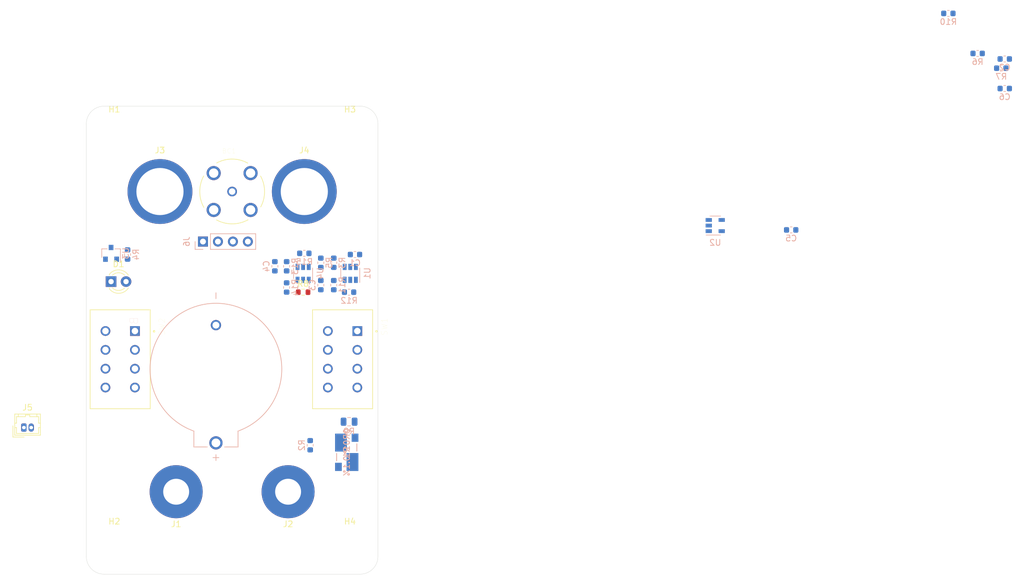
<source format=kicad_pcb>
(kicad_pcb (version 20171130) (host pcbnew 5.1.8-db9833491~87~ubuntu20.04.1)

  (general
    (thickness 1.6)
    (drawings 10)
    (tracks 0)
    (zones 0)
    (modules 40)
    (nets 21)
  )

  (page A4)
  (layers
    (0 F.Cu signal)
    (31 B.Cu signal)
    (32 B.Adhes user)
    (33 F.Adhes user)
    (34 B.Paste user)
    (35 F.Paste user)
    (36 B.SilkS user)
    (37 F.SilkS user)
    (38 B.Mask user)
    (39 F.Mask user)
    (40 Dwgs.User user)
    (41 Cmts.User user)
    (42 Eco1.User user)
    (43 Eco2.User user)
    (44 Edge.Cuts user)
    (45 Margin user)
    (46 B.CrtYd user)
    (47 F.CrtYd user)
    (48 B.Fab user)
    (49 F.Fab user)
  )

  (setup
    (last_trace_width 0.25)
    (trace_clearance 0.2)
    (zone_clearance 0.508)
    (zone_45_only no)
    (trace_min 0.2)
    (via_size 0.8)
    (via_drill 0.4)
    (via_min_size 0.4)
    (via_min_drill 0.3)
    (uvia_size 0.3)
    (uvia_drill 0.1)
    (uvias_allowed no)
    (uvia_min_size 0.2)
    (uvia_min_drill 0.1)
    (edge_width 0.05)
    (segment_width 0.2)
    (pcb_text_width 0.3)
    (pcb_text_size 1.5 1.5)
    (mod_edge_width 0.12)
    (mod_text_size 1 1)
    (mod_text_width 0.15)
    (pad_size 1.397 1.143)
    (pad_drill 0)
    (pad_to_mask_clearance 0.05)
    (aux_axis_origin 0 0)
    (visible_elements FFFDFF7F)
    (pcbplotparams
      (layerselection 0x010fc_ffffffff)
      (usegerberextensions false)
      (usegerberattributes true)
      (usegerberadvancedattributes true)
      (creategerberjobfile true)
      (excludeedgelayer true)
      (linewidth 0.100000)
      (plotframeref false)
      (viasonmask false)
      (mode 1)
      (useauxorigin false)
      (hpglpennumber 1)
      (hpglpenspeed 20)
      (hpglpendiameter 15.000000)
      (psnegative false)
      (psa4output false)
      (plotreference true)
      (plotvalue true)
      (plotinvisibletext false)
      (padsonsilk false)
      (subtractmaskfromsilk false)
      (outputformat 1)
      (mirror false)
      (drillshape 1)
      (scaleselection 1)
      (outputdirectory ""))
  )

  (net 0 "")
  (net 1 GNDREF)
  (net 2 "Net-(BC1-Pad1)")
  (net 3 +BATT)
  (net 4 GND)
  (net 5 VCC)
  (net 6 "Net-(C3-Pad2)")
  (net 7 "Net-(C3-Pad1)")
  (net 8 "Net-(C4-Pad1)")
  (net 9 "Net-(D1-Pad2)")
  (net 10 "Net-(J1-Pad1)")
  (net 11 "Net-(J6-Pad4)")
  (net 12 "Net-(R1-Pad1)")
  (net 13 "Net-(R11-Pad2)")
  (net 14 "Net-(R4-Pad2)")
  (net 15 "Net-(R9-Pad1)")
  (net 16 "Net-(R10-Pad2)")
  (net 17 "Net-(R12-Pad2)")
  (net 18 "Net-(R12-Pad1)")
  (net 19 "Net-(R13-Pad1)")
  (net 20 "Net-(C4-Pad2)")

  (net_class Default "This is the default net class."
    (clearance 0.2)
    (trace_width 0.25)
    (via_dia 0.8)
    (via_drill 0.4)
    (uvia_dia 0.3)
    (uvia_drill 0.1)
    (add_net +BATT)
    (add_net GND)
    (add_net GNDREF)
    (add_net "Net-(BC1-Pad1)")
    (add_net "Net-(C3-Pad1)")
    (add_net "Net-(C3-Pad2)")
    (add_net "Net-(C4-Pad1)")
    (add_net "Net-(C4-Pad2)")
    (add_net "Net-(D1-Pad2)")
    (add_net "Net-(J1-Pad1)")
    (add_net "Net-(J6-Pad2)")
    (add_net "Net-(J6-Pad3)")
    (add_net "Net-(J6-Pad4)")
    (add_net "Net-(R1-Pad1)")
    (add_net "Net-(R10-Pad2)")
    (add_net "Net-(R11-Pad2)")
    (add_net "Net-(R12-Pad1)")
    (add_net "Net-(R12-Pad2)")
    (add_net "Net-(R13-Pad1)")
    (add_net "Net-(R4-Pad2)")
    (add_net "Net-(R9-Pad1)")
    (add_net "Net-(SW1-Pad5)")
    (add_net "Net-(SW2-Pad1)")
    (add_net "Net-(SW2-Pad2)")
    (add_net "Net-(SW2-Pad5)")
    (add_net VCC)
  )

  (module Resistor_SMD:R_0603_1608Metric (layer F.Cu) (tedit 5F68FEEE) (tstamp 5FBF4769)
    (at 136.8 131.6)
    (descr "Resistor SMD 0603 (1608 Metric), square (rectangular) end terminal, IPC_7351 nominal, (Body size source: IPC-SM-782 page 72, https://www.pcb-3d.com/wordpress/wp-content/uploads/ipc-sm-782a_amendment_1_and_2.pdf), generated with kicad-footprint-generator")
    (tags resistor)
    (path /5FC22AB6)
    (attr smd)
    (fp_text reference R8 (at 0 -1.43) (layer F.SilkS)
      (effects (font (size 1 1) (thickness 0.15)))
    )
    (fp_text value 270R (at 0 1.43) (layer F.Fab)
      (effects (font (size 1 1) (thickness 0.15)))
    )
    (fp_text user %R (at 0 0) (layer F.Fab)
      (effects (font (size 0.4 0.4) (thickness 0.06)))
    )
    (fp_line (start -0.8 0.4125) (end -0.8 -0.4125) (layer F.Fab) (width 0.1))
    (fp_line (start -0.8 -0.4125) (end 0.8 -0.4125) (layer F.Fab) (width 0.1))
    (fp_line (start 0.8 -0.4125) (end 0.8 0.4125) (layer F.Fab) (width 0.1))
    (fp_line (start 0.8 0.4125) (end -0.8 0.4125) (layer F.Fab) (width 0.1))
    (fp_line (start -0.237258 -0.5225) (end 0.237258 -0.5225) (layer F.SilkS) (width 0.12))
    (fp_line (start -0.237258 0.5225) (end 0.237258 0.5225) (layer F.SilkS) (width 0.12))
    (fp_line (start -1.48 0.73) (end -1.48 -0.73) (layer F.CrtYd) (width 0.05))
    (fp_line (start -1.48 -0.73) (end 1.48 -0.73) (layer F.CrtYd) (width 0.05))
    (fp_line (start 1.48 -0.73) (end 1.48 0.73) (layer F.CrtYd) (width 0.05))
    (fp_line (start 1.48 0.73) (end -1.48 0.73) (layer F.CrtYd) (width 0.05))
    (pad 2 smd roundrect (at 0.825 0) (size 0.8 0.95) (layers F.Cu F.Paste F.Mask) (roundrect_rratio 0.25)
      (net 20 "Net-(C4-Pad2)"))
    (pad 1 smd roundrect (at -0.825 0) (size 0.8 0.95) (layers F.Cu F.Paste F.Mask) (roundrect_rratio 0.25)
      (net 2 "Net-(BC1-Pad1)"))
    (model ${KISYS3DMOD}/Resistor_SMD.3dshapes/R_0603_1608Metric.wrl
      (at (xyz 0 0 0))
      (scale (xyz 1 1 1))
      (rotate (xyz 0 0 0))
    )
  )

  (module LED_THT:LED_D3.0mm (layer F.Cu) (tedit 587A3A7B) (tstamp 5FBBE0A5)
    (at 104.2 129.8)
    (descr "LED, diameter 3.0mm, 2 pins")
    (tags "LED diameter 3.0mm 2 pins")
    (path /5FB7D032)
    (fp_text reference D1 (at 1.27 -2.96) (layer F.SilkS)
      (effects (font (size 1 1) (thickness 0.15)))
    )
    (fp_text value LED (at 1.27 2.96) (layer F.Fab)
      (effects (font (size 1 1) (thickness 0.15)))
    )
    (fp_arc (start 1.27 0) (end 0.229039 1.08) (angle -87.9) (layer F.SilkS) (width 0.12))
    (fp_arc (start 1.27 0) (end 0.229039 -1.08) (angle 87.9) (layer F.SilkS) (width 0.12))
    (fp_arc (start 1.27 0) (end -0.29 1.235516) (angle -108.8) (layer F.SilkS) (width 0.12))
    (fp_arc (start 1.27 0) (end -0.29 -1.235516) (angle 108.8) (layer F.SilkS) (width 0.12))
    (fp_arc (start 1.27 0) (end -0.23 -1.16619) (angle 284.3) (layer F.Fab) (width 0.1))
    (fp_circle (center 1.27 0) (end 2.77 0) (layer F.Fab) (width 0.1))
    (fp_line (start -0.23 -1.16619) (end -0.23 1.16619) (layer F.Fab) (width 0.1))
    (fp_line (start -0.29 -1.236) (end -0.29 -1.08) (layer F.SilkS) (width 0.12))
    (fp_line (start -0.29 1.08) (end -0.29 1.236) (layer F.SilkS) (width 0.12))
    (fp_line (start -1.15 -2.25) (end -1.15 2.25) (layer F.CrtYd) (width 0.05))
    (fp_line (start -1.15 2.25) (end 3.7 2.25) (layer F.CrtYd) (width 0.05))
    (fp_line (start 3.7 2.25) (end 3.7 -2.25) (layer F.CrtYd) (width 0.05))
    (fp_line (start 3.7 -2.25) (end -1.15 -2.25) (layer F.CrtYd) (width 0.05))
    (pad 2 thru_hole circle (at 2.54 0) (size 1.8 1.8) (drill 0.9) (layers *.Cu *.Mask)
      (net 9 "Net-(D1-Pad2)"))
    (pad 1 thru_hole rect (at 0 0) (size 1.8 1.8) (drill 0.9) (layers *.Cu *.Mask)
      (net 4 GND))
    (model ${KISYS3DMOD}/LED_THT.3dshapes/LED_D3.0mm.wrl
      (at (xyz 0 0 0))
      (scale (xyz 1 1 1))
      (rotate (xyz 0 0 0))
    )
  )

  (module snapeda:Y14870R01000B9R (layer B.Cu) (tedit 5FBEE0FB) (tstamp 5FBF2D45)
    (at 144.2 158.8 90)
    (path /5FBAC710)
    (fp_text reference R1 (at 0 0 -90) (layer B.SilkS)
      (effects (font (size 1 1) (thickness 0.15)) (justify mirror))
    )
    (fp_text value "0R01 0.1%" (at 0 0 -90) (layer B.SilkS)
      (effects (font (size 1 1) (thickness 0.15)) (justify mirror))
    )
    (fp_text user * (at 0 0 -90) (layer B.Fab)
      (effects (font (size 1 1) (thickness 0.15)) (justify mirror))
    )
    (fp_text user * (at 0 0 -90) (layer B.SilkS)
      (effects (font (size 1 1) (thickness 0.15)) (justify mirror))
    )
    (fp_text user "Copyright 2016 Accelerated Designs. All rights reserved." (at 0 0 -90) (layer Cmts.User)
      (effects (font (size 0.127 0.127) (thickness 0.002)))
    )
    (fp_line (start -1.44526 -1.7145) (end -0.20574 -1.7145) (layer B.SilkS) (width 0.1524))
    (fp_line (start 1.44526 1.7145) (end 0.20574 1.7145) (layer B.SilkS) (width 0.1524))
    (fp_line (start -3.175 -1.5875) (end 3.175 -1.5875) (layer B.Fab) (width 0.1524))
    (fp_line (start 3.175 -1.5875) (end 3.175 1.5875) (layer B.Fab) (width 0.1524))
    (fp_line (start 3.175 1.5875) (end -3.175 1.5875) (layer B.Fab) (width 0.1524))
    (fp_line (start -3.175 1.5875) (end -3.175 -1.5875) (layer B.Fab) (width 0.1524))
    (fp_line (start -3.429 -2.2352) (end -3.429 2.2352) (layer B.CrtYd) (width 0.1524))
    (fp_line (start -3.429 2.2352) (end 3.429 2.2352) (layer B.CrtYd) (width 0.1524))
    (fp_line (start 3.429 2.2352) (end 3.429 -2.2352) (layer B.CrtYd) (width 0.1524))
    (fp_line (start 3.429 -2.2352) (end -3.429 -2.2352) (layer B.CrtYd) (width 0.1524))
    (pad 2 smd rect (at 1.651 -0.9779 90) (size 3.048 2.0066) (layers B.Cu B.Paste B.Mask)
      (net 1 GNDREF))
    (pad 2 smd rect (at 2.4765 1.4097 90) (size 1.397 1.143) (layers B.Cu B.Paste B.Mask)
      (net 1 GNDREF))
    (pad 1 smd rect (at -2.4765 -1.4097 90) (size 1.397 1.143) (layers B.Cu B.Paste B.Mask)
      (net 12 "Net-(R1-Pad1)"))
    (pad 1 smd rect (at -1.651 0.9779 90) (size 3.048 2.0066) (layers B.Cu B.Paste B.Mask)
      (net 12 "Net-(R1-Pad1)"))
  )

  (module MountingHole:MountingHole_3.2mm_M3 (layer F.Cu) (tedit 56D1B4CB) (tstamp 5FBF1B5D)
    (at 144.75 174.75)
    (descr "Mounting Hole 3.2mm, no annular, M3")
    (tags "mounting hole 3.2mm no annular m3")
    (path /5FBF1655)
    (attr virtual)
    (fp_text reference H4 (at 0 -4.2) (layer F.SilkS)
      (effects (font (size 1 1) (thickness 0.15)))
    )
    (fp_text value MountingHole (at 0 4.2) (layer F.Fab)
      (effects (font (size 1 1) (thickness 0.15)))
    )
    (fp_text user %R (at 0.3 0) (layer F.Fab)
      (effects (font (size 1 1) (thickness 0.15)))
    )
    (fp_circle (center 0 0) (end 3.2 0) (layer Cmts.User) (width 0.15))
    (fp_circle (center 0 0) (end 3.45 0) (layer F.CrtYd) (width 0.05))
    (pad 1 np_thru_hole circle (at 0 0) (size 3.2 3.2) (drill 3.2) (layers *.Cu *.Mask))
  )

  (module MountingHole:MountingHole_3.2mm_M3 (layer F.Cu) (tedit 56D1B4CB) (tstamp 5FBF1F0D)
    (at 144.75 104.75)
    (descr "Mounting Hole 3.2mm, no annular, M3")
    (tags "mounting hole 3.2mm no annular m3")
    (path /5FBF1405)
    (attr virtual)
    (fp_text reference H3 (at 0 -4.2) (layer F.SilkS)
      (effects (font (size 1 1) (thickness 0.15)))
    )
    (fp_text value MountingHole (at 0 4.2) (layer F.Fab)
      (effects (font (size 1 1) (thickness 0.15)))
    )
    (fp_text user %R (at 0.3 0) (layer F.Fab)
      (effects (font (size 1 1) (thickness 0.15)))
    )
    (fp_circle (center 0 0) (end 3.2 0) (layer Cmts.User) (width 0.15))
    (fp_circle (center 0 0) (end 3.45 0) (layer F.CrtYd) (width 0.05))
    (pad 1 np_thru_hole circle (at 0 0) (size 3.2 3.2) (drill 3.2) (layers *.Cu *.Mask))
  )

  (module MountingHole:MountingHole_3.2mm_M3 (layer F.Cu) (tedit 56D1B4CB) (tstamp 5FBF1B4D)
    (at 104.75 174.75)
    (descr "Mounting Hole 3.2mm, no annular, M3")
    (tags "mounting hole 3.2mm no annular m3")
    (path /5FBF1185)
    (attr virtual)
    (fp_text reference H2 (at 0 -4.2) (layer F.SilkS)
      (effects (font (size 1 1) (thickness 0.15)))
    )
    (fp_text value MountingHole (at 0 4.2) (layer F.Fab)
      (effects (font (size 1 1) (thickness 0.15)))
    )
    (fp_text user %R (at 0.3 0) (layer F.Fab)
      (effects (font (size 1 1) (thickness 0.15)))
    )
    (fp_circle (center 0 0) (end 3.2 0) (layer Cmts.User) (width 0.15))
    (fp_circle (center 0 0) (end 3.45 0) (layer F.CrtYd) (width 0.05))
    (pad 1 np_thru_hole circle (at 0 0) (size 3.2 3.2) (drill 3.2) (layers *.Cu *.Mask))
  )

  (module MountingHole:MountingHole_3.2mm_M3 (layer F.Cu) (tedit 56D1B4CB) (tstamp 5FBF1B45)
    (at 104.75 104.75)
    (descr "Mounting Hole 3.2mm, no annular, M3")
    (tags "mounting hole 3.2mm no annular m3")
    (path /5FBF0127)
    (attr virtual)
    (fp_text reference H1 (at 0 -4.2) (layer F.SilkS)
      (effects (font (size 1 1) (thickness 0.15)))
    )
    (fp_text value MountingHole (at 0 4.2) (layer F.Fab)
      (effects (font (size 1 1) (thickness 0.15)))
    )
    (fp_text user %R (at 0.3 0) (layer F.Fab)
      (effects (font (size 1 1) (thickness 0.15)))
    )
    (fp_circle (center 0 0) (end 3.2 0) (layer Cmts.User) (width 0.15))
    (fp_circle (center 0 0) (end 3.45 0) (layer F.CrtYd) (width 0.05))
    (pad 1 np_thru_hole circle (at 0 0) (size 3.2 3.2) (drill 3.2) (layers *.Cu *.Mask))
  )

  (module homebrew:CT2230-BANANA-JACK (layer F.Cu) (tedit 5FBB48EC) (tstamp 5FBBB64B)
    (at 137 114.5)
    (path /5FC0D063)
    (fp_text reference J4 (at 0 -7) (layer F.SilkS)
      (effects (font (size 1 1) (thickness 0.15)))
    )
    (fp_text value Screw_Terminal_01x01 (at 0 -8) (layer F.Fab)
      (effects (font (size 1 1) (thickness 0.15)))
    )
    (pad 1 thru_hole circle (at 0 0) (size 11 11) (drill 8) (layers *.Cu *.Mask)
      (net 1 GNDREF))
  )

  (module homebrew:CT2230-BANANA-JACK (layer F.Cu) (tedit 5FBB48EC) (tstamp 5FBBE0B4)
    (at 112.5 114.5)
    (path /5FC0C744)
    (fp_text reference J3 (at 0 -7) (layer F.SilkS)
      (effects (font (size 1 1) (thickness 0.15)))
    )
    (fp_text value Screw_Terminal_01x01 (at 0 -8) (layer F.Fab)
      (effects (font (size 1 1) (thickness 0.15)))
    )
    (pad 1 thru_hole circle (at 0 0) (size 11 11) (drill 8) (layers *.Cu *.Mask)
      (net 2 "Net-(BC1-Pad1)"))
  )

  (module homebrew:111-0703-001_BANANA_BINDING_POST (layer F.Cu) (tedit 5FBB2139) (tstamp 5FBBBFF4)
    (at 134.25 165.5)
    (path /5FB9D54E)
    (fp_text reference J2 (at 0 5.5) (layer F.SilkS)
      (effects (font (size 1 1) (thickness 0.15)))
    )
    (fp_text value Screw_Terminal_01x01 (at 0 -5.75) (layer F.Fab)
      (effects (font (size 1 1) (thickness 0.15)))
    )
    (pad 1 thru_hole circle (at 0 0) (size 9 9) (drill 4.4) (layers *.Cu *.Mask)
      (net 1 GNDREF))
  )

  (module homebrew:111-0703-001_BANANA_BINDING_POST (layer F.Cu) (tedit 5FBB2139) (tstamp 5FBBC005)
    (at 115.25 165.5)
    (path /5FB9F96C)
    (fp_text reference J1 (at 0 5.5) (layer F.SilkS)
      (effects (font (size 1 1) (thickness 0.15)))
    )
    (fp_text value Screw_Terminal_01x01 (at 0 -5.75) (layer F.Fab)
      (effects (font (size 1 1) (thickness 0.15)))
    )
    (pad 1 thru_hole circle (at 0 0) (size 9 9) (drill 4.4) (layers *.Cu *.Mask)
      (net 10 "Net-(J1-Pad1)"))
  )

  (module SnapEda:BAT_BS-7 (layer B.Cu) (tedit 5FBB3B81) (tstamp 5FBBE02C)
    (at 122 147.2 270)
    (path /5FB754A2)
    (fp_text reference BT1 (at -9.555 13.889 270) (layer B.SilkS)
      (effects (font (size 1.4 1.4) (thickness 0.015)) (justify mirror))
    )
    (fp_text value Battery_Cell (at -6.888 -13.111 270) (layer B.Fab)
      (effects (font (size 1.4 1.4) (thickness 0.015)) (justify mirror))
    )
    (fp_line (start -13.96 -12) (end -13.96 12) (layer B.CrtYd) (width 0.05))
    (fp_line (start -13.96 12) (end 11.375 12) (layer B.CrtYd) (width 0.05))
    (fp_line (start 11.375 12) (end 11.375 -12) (layer B.CrtYd) (width 0.05))
    (fp_line (start 11.375 -12) (end -13.96 -12) (layer B.CrtYd) (width 0.05))
    (fp_line (start 10.69 3.75) (end 10.69 -3.75) (layer B.Fab) (width 0.127))
    (fp_line (start 10.69 -3.75) (end 7.995 -3.75) (layer B.Fab) (width 0.127))
    (fp_line (start 10.69 3.75) (end 7.995 3.75) (layer B.Fab) (width 0.127))
    (fp_line (start 10.69 -3.75) (end 7.995 -3.75) (layer B.SilkS) (width 0.127))
    (fp_line (start 10.69 3.75) (end 7.995 3.75) (layer B.SilkS) (width 0.127))
    (fp_line (start 10.69 3.75) (end 10.69 1.47) (layer B.SilkS) (width 0.127))
    (fp_line (start 10.69 -3.75) (end 10.69 -1.47) (layer B.SilkS) (width 0.127))
    (fp_line (start -15.5 0) (end -14.5 0) (layer B.SilkS) (width 0.127))
    (fp_line (start 12 0) (end 13 0) (layer B.SilkS) (width 0.127))
    (fp_line (start 12.5 0.5) (end 12.5 -0.5) (layer B.SilkS) (width 0.127))
    (fp_arc (start -2.53506 0) (end 7.995 -3.75) (angle -320.796) (layer B.SilkS) (width 0.127))
    (fp_arc (start -2.53506 0) (end 7.995 -3.75) (angle -320.796) (layer B.Fab) (width 0.127))
    (pad 1 thru_hole circle (at 10 0 270) (size 2.25 2.25) (drill 1.5) (layers *.Cu *.Mask)
      (net 3 +BATT))
    (pad 2 thru_hole circle (at -10 0 270) (size 1.755 1.755) (drill 1.17) (layers *.Cu *.Mask)
      (net 4 GND))
  )

  (module Package_TO_SOT_SMD:SOT-23-6 (layer B.Cu) (tedit 5A02FF57) (tstamp 5FBBE272)
    (at 136.8 128.4 90)
    (descr "6-pin SOT-23 package")
    (tags SOT-23-6)
    (path /5FBFAA53)
    (attr smd)
    (fp_text reference U4 (at 0 2.9 90) (layer B.SilkS)
      (effects (font (size 1 1) (thickness 0.15)) (justify mirror))
    )
    (fp_text value MAX4239AUT (at 0 -2.9 90) (layer B.Fab)
      (effects (font (size 1 1) (thickness 0.15)) (justify mirror))
    )
    (fp_line (start -0.9 -1.61) (end 0.9 -1.61) (layer B.SilkS) (width 0.12))
    (fp_line (start 0.9 1.61) (end -1.55 1.61) (layer B.SilkS) (width 0.12))
    (fp_line (start 1.9 1.8) (end -1.9 1.8) (layer B.CrtYd) (width 0.05))
    (fp_line (start 1.9 -1.8) (end 1.9 1.8) (layer B.CrtYd) (width 0.05))
    (fp_line (start -1.9 -1.8) (end 1.9 -1.8) (layer B.CrtYd) (width 0.05))
    (fp_line (start -1.9 1.8) (end -1.9 -1.8) (layer B.CrtYd) (width 0.05))
    (fp_line (start -0.9 0.9) (end -0.25 1.55) (layer B.Fab) (width 0.1))
    (fp_line (start 0.9 1.55) (end -0.25 1.55) (layer B.Fab) (width 0.1))
    (fp_line (start -0.9 0.9) (end -0.9 -1.55) (layer B.Fab) (width 0.1))
    (fp_line (start 0.9 -1.55) (end -0.9 -1.55) (layer B.Fab) (width 0.1))
    (fp_line (start 0.9 1.55) (end 0.9 -1.55) (layer B.Fab) (width 0.1))
    (fp_text user %R (at 0 0 180) (layer B.Fab)
      (effects (font (size 0.5 0.5) (thickness 0.075)) (justify mirror))
    )
    (pad 5 smd rect (at 1.1 0 90) (size 1.06 0.65) (layers B.Cu B.Paste B.Mask)
      (net 5 VCC))
    (pad 6 smd rect (at 1.1 0.95 90) (size 1.06 0.65) (layers B.Cu B.Paste B.Mask)
      (net 5 VCC))
    (pad 4 smd rect (at 1.1 -0.95 90) (size 1.06 0.65) (layers B.Cu B.Paste B.Mask)
      (net 8 "Net-(C4-Pad1)"))
    (pad 3 smd rect (at -1.1 -0.95 90) (size 1.06 0.65) (layers B.Cu B.Paste B.Mask)
      (net 6 "Net-(C3-Pad2)"))
    (pad 2 smd rect (at -1.1 0 90) (size 1.06 0.65) (layers B.Cu B.Paste B.Mask)
      (net 4 GND))
    (pad 1 smd rect (at -1.1 0.95 90) (size 1.06 0.65) (layers B.Cu B.Paste B.Mask)
      (net 20 "Net-(C4-Pad2)"))
    (model ${KISYS3DMOD}/Package_TO_SOT_SMD.3dshapes/SOT-23-6.wrl
      (at (xyz 0 0 0))
      (scale (xyz 1 1 1))
      (rotate (xyz 0 0 0))
    )
  )

  (module Package_TO_SOT_SMD:SOT-23 (layer B.Cu) (tedit 5A02FF57) (tstamp 5FBBE25C)
    (at 104.2 125 90)
    (descr "SOT-23, Standard")
    (tags SOT-23)
    (path /5FB7B24A)
    (attr smd)
    (fp_text reference U3 (at 0 2.5 90) (layer B.SilkS)
      (effects (font (size 1 1) (thickness 0.15)) (justify mirror))
    )
    (fp_text value STM809RWX6F (at 0 -2.5 90) (layer B.Fab)
      (effects (font (size 1 1) (thickness 0.15)) (justify mirror))
    )
    (fp_line (start -0.7 0.95) (end -0.7 -1.5) (layer B.Fab) (width 0.1))
    (fp_line (start -0.15 1.52) (end 0.7 1.52) (layer B.Fab) (width 0.1))
    (fp_line (start -0.7 0.95) (end -0.15 1.52) (layer B.Fab) (width 0.1))
    (fp_line (start 0.7 1.52) (end 0.7 -1.52) (layer B.Fab) (width 0.1))
    (fp_line (start -0.7 -1.52) (end 0.7 -1.52) (layer B.Fab) (width 0.1))
    (fp_line (start 0.76 -1.58) (end 0.76 -0.65) (layer B.SilkS) (width 0.12))
    (fp_line (start 0.76 1.58) (end 0.76 0.65) (layer B.SilkS) (width 0.12))
    (fp_line (start -1.7 1.75) (end 1.7 1.75) (layer B.CrtYd) (width 0.05))
    (fp_line (start 1.7 1.75) (end 1.7 -1.75) (layer B.CrtYd) (width 0.05))
    (fp_line (start 1.7 -1.75) (end -1.7 -1.75) (layer B.CrtYd) (width 0.05))
    (fp_line (start -1.7 -1.75) (end -1.7 1.75) (layer B.CrtYd) (width 0.05))
    (fp_line (start 0.76 1.58) (end -1.4 1.58) (layer B.SilkS) (width 0.12))
    (fp_line (start 0.76 -1.58) (end -0.7 -1.58) (layer B.SilkS) (width 0.12))
    (fp_text user %R (at 0 0 180) (layer B.Fab)
      (effects (font (size 0.5 0.5) (thickness 0.075)) (justify mirror))
    )
    (pad 3 smd rect (at 1 0 90) (size 0.9 0.8) (layers B.Cu B.Paste B.Mask)
      (net 4 GND))
    (pad 2 smd rect (at -1 -0.95 90) (size 0.9 0.8) (layers B.Cu B.Paste B.Mask)
      (net 14 "Net-(R4-Pad2)"))
    (pad 1 smd rect (at -1 0.95 90) (size 0.9 0.8) (layers B.Cu B.Paste B.Mask)
      (net 5 VCC))
    (model ${KISYS3DMOD}/Package_TO_SOT_SMD.3dshapes/SOT-23.wrl
      (at (xyz 0 0 0))
      (scale (xyz 1 1 1))
      (rotate (xyz 0 0 0))
    )
  )

  (module Package_TO_SOT_SMD:SOT-23-5 (layer B.Cu) (tedit 5A02FF57) (tstamp 5FBBE247)
    (at 206.75 120.28)
    (descr "5-pin SOT23 package")
    (tags SOT-23-5)
    (path /5FB83E43)
    (attr smd)
    (fp_text reference U2 (at 0 2.9) (layer B.SilkS)
      (effects (font (size 1 1) (thickness 0.15)) (justify mirror))
    )
    (fp_text value LMV321 (at 0 -2.9) (layer B.Fab)
      (effects (font (size 1 1) (thickness 0.15)) (justify mirror))
    )
    (fp_line (start -0.9 -1.61) (end 0.9 -1.61) (layer B.SilkS) (width 0.12))
    (fp_line (start 0.9 1.61) (end -1.55 1.61) (layer B.SilkS) (width 0.12))
    (fp_line (start -1.9 1.8) (end 1.9 1.8) (layer B.CrtYd) (width 0.05))
    (fp_line (start 1.9 1.8) (end 1.9 -1.8) (layer B.CrtYd) (width 0.05))
    (fp_line (start 1.9 -1.8) (end -1.9 -1.8) (layer B.CrtYd) (width 0.05))
    (fp_line (start -1.9 -1.8) (end -1.9 1.8) (layer B.CrtYd) (width 0.05))
    (fp_line (start -0.9 0.9) (end -0.25 1.55) (layer B.Fab) (width 0.1))
    (fp_line (start 0.9 1.55) (end -0.25 1.55) (layer B.Fab) (width 0.1))
    (fp_line (start -0.9 0.9) (end -0.9 -1.55) (layer B.Fab) (width 0.1))
    (fp_line (start 0.9 -1.55) (end -0.9 -1.55) (layer B.Fab) (width 0.1))
    (fp_line (start 0.9 1.55) (end 0.9 -1.55) (layer B.Fab) (width 0.1))
    (fp_text user %R (at 0 0 -90) (layer B.Fab)
      (effects (font (size 0.5 0.5) (thickness 0.075)) (justify mirror))
    )
    (pad 5 smd rect (at 1.1 0.95) (size 1.06 0.65) (layers B.Cu B.Paste B.Mask)
      (net 5 VCC))
    (pad 4 smd rect (at 1.1 -0.95) (size 1.06 0.65) (layers B.Cu B.Paste B.Mask)
      (net 16 "Net-(R10-Pad2)"))
    (pad 3 smd rect (at -1.1 -0.95) (size 1.06 0.65) (layers B.Cu B.Paste B.Mask)
      (net 16 "Net-(R10-Pad2)"))
    (pad 2 smd rect (at -1.1 0) (size 1.06 0.65) (layers B.Cu B.Paste B.Mask)
      (net 4 GND))
    (pad 1 smd rect (at -1.1 0.95) (size 1.06 0.65) (layers B.Cu B.Paste B.Mask)
      (net 11 "Net-(J6-Pad4)"))
    (model ${KISYS3DMOD}/Package_TO_SOT_SMD.3dshapes/SOT-23-5.wrl
      (at (xyz 0 0 0))
      (scale (xyz 1 1 1))
      (rotate (xyz 0 0 0))
    )
  )

  (module Package_TO_SOT_SMD:SOT-23-6 (layer B.Cu) (tedit 5A02FF57) (tstamp 5FBBE232)
    (at 144.8 128.4 90)
    (descr "6-pin SOT-23 package")
    (tags SOT-23-6)
    (path /5FBC207D)
    (attr smd)
    (fp_text reference U1 (at 0 2.9 90) (layer B.SilkS)
      (effects (font (size 1 1) (thickness 0.15)) (justify mirror))
    )
    (fp_text value MAX4239AUT (at 0 -2.9 90) (layer B.Fab)
      (effects (font (size 1 1) (thickness 0.15)) (justify mirror))
    )
    (fp_line (start -0.9 -1.61) (end 0.9 -1.61) (layer B.SilkS) (width 0.12))
    (fp_line (start 0.9 1.61) (end -1.55 1.61) (layer B.SilkS) (width 0.12))
    (fp_line (start 1.9 1.8) (end -1.9 1.8) (layer B.CrtYd) (width 0.05))
    (fp_line (start 1.9 -1.8) (end 1.9 1.8) (layer B.CrtYd) (width 0.05))
    (fp_line (start -1.9 -1.8) (end 1.9 -1.8) (layer B.CrtYd) (width 0.05))
    (fp_line (start -1.9 1.8) (end -1.9 -1.8) (layer B.CrtYd) (width 0.05))
    (fp_line (start -0.9 0.9) (end -0.25 1.55) (layer B.Fab) (width 0.1))
    (fp_line (start 0.9 1.55) (end -0.25 1.55) (layer B.Fab) (width 0.1))
    (fp_line (start -0.9 0.9) (end -0.9 -1.55) (layer B.Fab) (width 0.1))
    (fp_line (start 0.9 -1.55) (end -0.9 -1.55) (layer B.Fab) (width 0.1))
    (fp_line (start 0.9 1.55) (end 0.9 -1.55) (layer B.Fab) (width 0.1))
    (fp_text user %R (at 0 0 180) (layer B.Fab)
      (effects (font (size 0.5 0.5) (thickness 0.075)) (justify mirror))
    )
    (pad 5 smd rect (at 1.1 0 90) (size 1.06 0.65) (layers B.Cu B.Paste B.Mask)
      (net 5 VCC))
    (pad 6 smd rect (at 1.1 0.95 90) (size 1.06 0.65) (layers B.Cu B.Paste B.Mask)
      (net 5 VCC))
    (pad 4 smd rect (at 1.1 -0.95 90) (size 1.06 0.65) (layers B.Cu B.Paste B.Mask)
      (net 7 "Net-(C3-Pad1)"))
    (pad 3 smd rect (at -1.1 -0.95 90) (size 1.06 0.65) (layers B.Cu B.Paste B.Mask)
      (net 17 "Net-(R12-Pad2)"))
    (pad 2 smd rect (at -1.1 0 90) (size 1.06 0.65) (layers B.Cu B.Paste B.Mask)
      (net 4 GND))
    (pad 1 smd rect (at -1.1 0.95 90) (size 1.06 0.65) (layers B.Cu B.Paste B.Mask)
      (net 6 "Net-(C3-Pad2)"))
    (model ${KISYS3DMOD}/Package_TO_SOT_SMD.3dshapes/SOT-23-6.wrl
      (at (xyz 0 0 0))
      (scale (xyz 1 1 1))
      (rotate (xyz 0 0 0))
    )
  )

  (module SnapEda:SW_OS203013MT8QN1 (layer F.Cu) (tedit 5FBB14F1) (tstamp 5FBBE21C)
    (at 105.75 143 270)
    (path /5FB791EB)
    (fp_text reference SW2 (at -5.535 -7.095 90) (layer F.SilkS)
      (effects (font (size 1 1) (thickness 0.015)))
    )
    (fp_text value OS203013MT8QN1 (at 2.085 6.895 90) (layer F.Fab)
      (effects (font (size 1 1) (thickness 0.015)))
    )
    (fp_line (start -8.4 5.1) (end 8.4 5.1) (layer F.Fab) (width 0.127))
    (fp_line (start 8.4 5.1) (end 8.4 -5.1) (layer F.Fab) (width 0.127))
    (fp_line (start 8.4 -5.1) (end -8.4 -5.1) (layer F.Fab) (width 0.127))
    (fp_line (start -8.4 -5.1) (end -8.4 5.1) (layer F.Fab) (width 0.127))
    (fp_circle (center -4.75 -5.75) (end -4.65 -5.75) (layer F.SilkS) (width 0.2))
    (fp_circle (center -4.75 -5.75) (end -4.65 -5.75) (layer F.Fab) (width 0.2))
    (fp_line (start -8.65 5.35) (end 8.65 5.35) (layer F.CrtYd) (width 0.05))
    (fp_line (start 8.65 5.35) (end 8.65 -5.35) (layer F.CrtYd) (width 0.05))
    (fp_line (start 8.65 -5.35) (end -8.65 -5.35) (layer F.CrtYd) (width 0.05))
    (fp_line (start -8.65 -5.35) (end -8.65 5.35) (layer F.CrtYd) (width 0.05))
    (fp_line (start -8.4 5.1) (end 8.4 5.1) (layer F.SilkS) (width 0.127))
    (fp_line (start 8.4 5.1) (end 8.4 -5.1) (layer F.SilkS) (width 0.127))
    (fp_line (start 8.4 -5.1) (end -8.4 -5.1) (layer F.SilkS) (width 0.127))
    (fp_line (start -8.4 -5.1) (end -8.4 5.1) (layer F.SilkS) (width 0.127))
    (pad 8 thru_hole circle (at 4.8 2.5 270) (size 1.65 1.65) (drill 1.1) (layers *.Cu *.Mask)
      (net 3 +BATT))
    (pad 7 thru_hole circle (at 1.6 2.5 270) (size 1.65 1.65) (drill 1.1) (layers *.Cu *.Mask)
      (net 5 VCC))
    (pad 6 thru_hole circle (at -1.6 2.5 270) (size 1.65 1.65) (drill 1.1) (layers *.Cu *.Mask)
      (net 3 +BATT))
    (pad 5 thru_hole circle (at -4.8 2.5 270) (size 1.65 1.65) (drill 1.1) (layers *.Cu *.Mask))
    (pad 4 thru_hole circle (at 4.8 -2.5 270) (size 1.65 1.65) (drill 1.1) (layers *.Cu *.Mask)
      (net 1 GNDREF))
    (pad 3 thru_hole circle (at 1.6 -2.5 270) (size 1.65 1.65) (drill 1.1) (layers *.Cu *.Mask)
      (net 10 "Net-(J1-Pad1)"))
    (pad 2 thru_hole circle (at -1.6 -2.5 270) (size 1.65 1.65) (drill 1.1) (layers *.Cu *.Mask))
    (pad 1 thru_hole rect (at -4.8 -2.5 270) (size 1.65 1.65) (drill 1.1) (layers *.Cu *.Mask))
  )

  (module SnapEda:SW_OS203013MT8QN1 (layer F.Cu) (tedit 5FBB14F1) (tstamp 5FBBE202)
    (at 143.5 143 270)
    (path /5FBA9527)
    (fp_text reference SW1 (at -5.535 -7.095 90) (layer F.SilkS)
      (effects (font (size 1 1) (thickness 0.015)))
    )
    (fp_text value OS203013MT8QN1-snapeda-OS203013 (at 2.085 6.895 90) (layer F.Fab)
      (effects (font (size 1 1) (thickness 0.015)))
    )
    (fp_line (start -8.4 5.1) (end 8.4 5.1) (layer F.Fab) (width 0.127))
    (fp_line (start 8.4 5.1) (end 8.4 -5.1) (layer F.Fab) (width 0.127))
    (fp_line (start 8.4 -5.1) (end -8.4 -5.1) (layer F.Fab) (width 0.127))
    (fp_line (start -8.4 -5.1) (end -8.4 5.1) (layer F.Fab) (width 0.127))
    (fp_circle (center -4.75 -5.75) (end -4.65 -5.75) (layer F.SilkS) (width 0.2))
    (fp_circle (center -4.75 -5.75) (end -4.65 -5.75) (layer F.Fab) (width 0.2))
    (fp_line (start -8.65 5.35) (end 8.65 5.35) (layer F.CrtYd) (width 0.05))
    (fp_line (start 8.65 5.35) (end 8.65 -5.35) (layer F.CrtYd) (width 0.05))
    (fp_line (start 8.65 -5.35) (end -8.65 -5.35) (layer F.CrtYd) (width 0.05))
    (fp_line (start -8.65 -5.35) (end -8.65 5.35) (layer F.CrtYd) (width 0.05))
    (fp_line (start -8.4 5.1) (end 8.4 5.1) (layer F.SilkS) (width 0.127))
    (fp_line (start 8.4 5.1) (end 8.4 -5.1) (layer F.SilkS) (width 0.127))
    (fp_line (start 8.4 -5.1) (end -8.4 -5.1) (layer F.SilkS) (width 0.127))
    (fp_line (start -8.4 -5.1) (end -8.4 5.1) (layer F.SilkS) (width 0.127))
    (pad 8 thru_hole circle (at 4.8 2.5 270) (size 1.65 1.65) (drill 1.1) (layers *.Cu *.Mask)
      (net 12 "Net-(R1-Pad1)"))
    (pad 7 thru_hole circle (at 1.6 2.5 270) (size 1.65 1.65) (drill 1.1) (layers *.Cu *.Mask)
      (net 10 "Net-(J1-Pad1)"))
    (pad 6 thru_hole circle (at -1.6 2.5 270) (size 1.65 1.65) (drill 1.1) (layers *.Cu *.Mask)
      (net 15 "Net-(R9-Pad1)"))
    (pad 5 thru_hole circle (at -4.8 2.5 270) (size 1.65 1.65) (drill 1.1) (layers *.Cu *.Mask))
    (pad 4 thru_hole circle (at 4.8 -2.5 270) (size 1.65 1.65) (drill 1.1) (layers *.Cu *.Mask)
      (net 18 "Net-(R12-Pad1)"))
    (pad 3 thru_hole circle (at 1.6 -2.5 270) (size 1.65 1.65) (drill 1.1) (layers *.Cu *.Mask)
      (net 15 "Net-(R9-Pad1)"))
    (pad 2 thru_hole circle (at -1.6 -2.5 270) (size 1.65 1.65) (drill 1.1) (layers *.Cu *.Mask)
      (net 18 "Net-(R12-Pad1)"))
    (pad 1 thru_hole rect (at -4.8 -2.5 270) (size 1.65 1.65) (drill 1.1) (layers *.Cu *.Mask)
      (net 10 "Net-(J1-Pad1)"))
  )

  (module Resistor_SMD:R_0603_1608Metric (layer B.Cu) (tedit 5B301BBD) (tstamp 5FBBE1E8)
    (at 137 125)
    (descr "Resistor SMD 0603 (1608 Metric), square (rectangular) end terminal, IPC_7351 nominal, (Body size source: http://www.tortai-tech.com/upload/download/2011102023233369053.pdf), generated with kicad-footprint-generator")
    (tags resistor)
    (path /5FBFAA94)
    (attr smd)
    (fp_text reference R15 (at 0 1.43) (layer B.SilkS)
      (effects (font (size 1 1) (thickness 0.15)) (justify mirror))
    )
    (fp_text value "1K 0.05%" (at 0 -1.43) (layer B.Fab)
      (effects (font (size 1 1) (thickness 0.15)) (justify mirror))
    )
    (fp_line (start -0.8 -0.4) (end -0.8 0.4) (layer B.Fab) (width 0.1))
    (fp_line (start -0.8 0.4) (end 0.8 0.4) (layer B.Fab) (width 0.1))
    (fp_line (start 0.8 0.4) (end 0.8 -0.4) (layer B.Fab) (width 0.1))
    (fp_line (start 0.8 -0.4) (end -0.8 -0.4) (layer B.Fab) (width 0.1))
    (fp_line (start -0.162779 0.51) (end 0.162779 0.51) (layer B.SilkS) (width 0.12))
    (fp_line (start -0.162779 -0.51) (end 0.162779 -0.51) (layer B.SilkS) (width 0.12))
    (fp_line (start -1.48 -0.73) (end -1.48 0.73) (layer B.CrtYd) (width 0.05))
    (fp_line (start -1.48 0.73) (end 1.48 0.73) (layer B.CrtYd) (width 0.05))
    (fp_line (start 1.48 0.73) (end 1.48 -0.73) (layer B.CrtYd) (width 0.05))
    (fp_line (start 1.48 -0.73) (end -1.48 -0.73) (layer B.CrtYd) (width 0.05))
    (fp_text user %R (at 0 0) (layer B.Fab)
      (effects (font (size 0.4 0.4) (thickness 0.06)) (justify mirror))
    )
    (pad 2 smd roundrect (at 0.7875 0) (size 0.875 0.95) (layers B.Cu B.Paste B.Mask) (roundrect_rratio 0.25)
      (net 1 GNDREF))
    (pad 1 smd roundrect (at -0.7875 0) (size 0.875 0.95) (layers B.Cu B.Paste B.Mask) (roundrect_rratio 0.25)
      (net 8 "Net-(C4-Pad1)"))
    (model ${KISYS3DMOD}/Resistor_SMD.3dshapes/R_0603_1608Metric.wrl
      (at (xyz 0 0 0))
      (scale (xyz 1 1 1))
      (rotate (xyz 0 0 0))
    )
  )

  (module Resistor_SMD:R_0603_1608Metric (layer B.Cu) (tedit 5B301BBD) (tstamp 5FBBE1D7)
    (at 134 130.8 90)
    (descr "Resistor SMD 0603 (1608 Metric), square (rectangular) end terminal, IPC_7351 nominal, (Body size source: http://www.tortai-tech.com/upload/download/2011102023233369053.pdf), generated with kicad-footprint-generator")
    (tags resistor)
    (path /5FBFAA8A)
    (attr smd)
    (fp_text reference R14 (at 0 1.43 90) (layer B.SilkS)
      (effects (font (size 1 1) (thickness 0.15)) (justify mirror))
    )
    (fp_text value "2K2 0.05%" (at 0 -1.43 90) (layer B.Fab)
      (effects (font (size 1 1) (thickness 0.15)) (justify mirror))
    )
    (fp_line (start -0.8 -0.4) (end -0.8 0.4) (layer B.Fab) (width 0.1))
    (fp_line (start -0.8 0.4) (end 0.8 0.4) (layer B.Fab) (width 0.1))
    (fp_line (start 0.8 0.4) (end 0.8 -0.4) (layer B.Fab) (width 0.1))
    (fp_line (start 0.8 -0.4) (end -0.8 -0.4) (layer B.Fab) (width 0.1))
    (fp_line (start -0.162779 0.51) (end 0.162779 0.51) (layer B.SilkS) (width 0.12))
    (fp_line (start -0.162779 -0.51) (end 0.162779 -0.51) (layer B.SilkS) (width 0.12))
    (fp_line (start -1.48 -0.73) (end -1.48 0.73) (layer B.CrtYd) (width 0.05))
    (fp_line (start -1.48 0.73) (end 1.48 0.73) (layer B.CrtYd) (width 0.05))
    (fp_line (start 1.48 0.73) (end 1.48 -0.73) (layer B.CrtYd) (width 0.05))
    (fp_line (start 1.48 -0.73) (end -1.48 -0.73) (layer B.CrtYd) (width 0.05))
    (fp_text user %R (at 0 0 90) (layer B.Fab)
      (effects (font (size 0.4 0.4) (thickness 0.06)) (justify mirror))
    )
    (pad 2 smd roundrect (at 0.7875 0 90) (size 0.875 0.95) (layers B.Cu B.Paste B.Mask) (roundrect_rratio 0.25)
      (net 19 "Net-(R13-Pad1)"))
    (pad 1 smd roundrect (at -0.7875 0 90) (size 0.875 0.95) (layers B.Cu B.Paste B.Mask) (roundrect_rratio 0.25)
      (net 20 "Net-(C4-Pad2)"))
    (model ${KISYS3DMOD}/Resistor_SMD.3dshapes/R_0603_1608Metric.wrl
      (at (xyz 0 0 0))
      (scale (xyz 1 1 1))
      (rotate (xyz 0 0 0))
    )
  )

  (module Resistor_SMD:R_0603_1608Metric (layer B.Cu) (tedit 5B301BBD) (tstamp 5FBBE1C6)
    (at 134 127.2 90)
    (descr "Resistor SMD 0603 (1608 Metric), square (rectangular) end terminal, IPC_7351 nominal, (Body size source: http://www.tortai-tech.com/upload/download/2011102023233369053.pdf), generated with kicad-footprint-generator")
    (tags resistor)
    (path /5FBFAA80)
    (attr smd)
    (fp_text reference R13 (at 0 1.43 90) (layer B.SilkS)
      (effects (font (size 1 1) (thickness 0.15)) (justify mirror))
    )
    (fp_text value "6K8 0.05%" (at 0 -1.43 90) (layer B.Fab)
      (effects (font (size 1 1) (thickness 0.15)) (justify mirror))
    )
    (fp_line (start -0.8 -0.4) (end -0.8 0.4) (layer B.Fab) (width 0.1))
    (fp_line (start -0.8 0.4) (end 0.8 0.4) (layer B.Fab) (width 0.1))
    (fp_line (start 0.8 0.4) (end 0.8 -0.4) (layer B.Fab) (width 0.1))
    (fp_line (start 0.8 -0.4) (end -0.8 -0.4) (layer B.Fab) (width 0.1))
    (fp_line (start -0.162779 0.51) (end 0.162779 0.51) (layer B.SilkS) (width 0.12))
    (fp_line (start -0.162779 -0.51) (end 0.162779 -0.51) (layer B.SilkS) (width 0.12))
    (fp_line (start -1.48 -0.73) (end -1.48 0.73) (layer B.CrtYd) (width 0.05))
    (fp_line (start -1.48 0.73) (end 1.48 0.73) (layer B.CrtYd) (width 0.05))
    (fp_line (start 1.48 0.73) (end 1.48 -0.73) (layer B.CrtYd) (width 0.05))
    (fp_line (start 1.48 -0.73) (end -1.48 -0.73) (layer B.CrtYd) (width 0.05))
    (fp_text user %R (at 0 0 90) (layer B.Fab)
      (effects (font (size 0.4 0.4) (thickness 0.06)) (justify mirror))
    )
    (pad 2 smd roundrect (at 0.7875 0 90) (size 0.875 0.95) (layers B.Cu B.Paste B.Mask) (roundrect_rratio 0.25)
      (net 8 "Net-(C4-Pad1)"))
    (pad 1 smd roundrect (at -0.7875 0 90) (size 0.875 0.95) (layers B.Cu B.Paste B.Mask) (roundrect_rratio 0.25)
      (net 19 "Net-(R13-Pad1)"))
    (model ${KISYS3DMOD}/Resistor_SMD.3dshapes/R_0603_1608Metric.wrl
      (at (xyz 0 0 0))
      (scale (xyz 1 1 1))
      (rotate (xyz 0 0 0))
    )
  )

  (module Resistor_SMD:R_0603_1608Metric (layer B.Cu) (tedit 5B301BBD) (tstamp 5FBBE1B5)
    (at 144.6 131.6)
    (descr "Resistor SMD 0603 (1608 Metric), square (rectangular) end terminal, IPC_7351 nominal, (Body size source: http://www.tortai-tech.com/upload/download/2011102023233369053.pdf), generated with kicad-footprint-generator")
    (tags resistor)
    (path /5FBB8263)
    (attr smd)
    (fp_text reference R12 (at 0 1.43) (layer B.SilkS)
      (effects (font (size 1 1) (thickness 0.15)) (justify mirror))
    )
    (fp_text value 270R (at 0 -1.43) (layer B.Fab)
      (effects (font (size 1 1) (thickness 0.15)) (justify mirror))
    )
    (fp_line (start -0.8 -0.4) (end -0.8 0.4) (layer B.Fab) (width 0.1))
    (fp_line (start -0.8 0.4) (end 0.8 0.4) (layer B.Fab) (width 0.1))
    (fp_line (start 0.8 0.4) (end 0.8 -0.4) (layer B.Fab) (width 0.1))
    (fp_line (start 0.8 -0.4) (end -0.8 -0.4) (layer B.Fab) (width 0.1))
    (fp_line (start -0.162779 0.51) (end 0.162779 0.51) (layer B.SilkS) (width 0.12))
    (fp_line (start -0.162779 -0.51) (end 0.162779 -0.51) (layer B.SilkS) (width 0.12))
    (fp_line (start -1.48 -0.73) (end -1.48 0.73) (layer B.CrtYd) (width 0.05))
    (fp_line (start -1.48 0.73) (end 1.48 0.73) (layer B.CrtYd) (width 0.05))
    (fp_line (start 1.48 0.73) (end 1.48 -0.73) (layer B.CrtYd) (width 0.05))
    (fp_line (start 1.48 -0.73) (end -1.48 -0.73) (layer B.CrtYd) (width 0.05))
    (fp_text user %R (at 0 0) (layer B.Fab)
      (effects (font (size 0.4 0.4) (thickness 0.06)) (justify mirror))
    )
    (pad 2 smd roundrect (at 0.7875 0) (size 0.875 0.95) (layers B.Cu B.Paste B.Mask) (roundrect_rratio 0.25)
      (net 17 "Net-(R12-Pad2)"))
    (pad 1 smd roundrect (at -0.7875 0) (size 0.875 0.95) (layers B.Cu B.Paste B.Mask) (roundrect_rratio 0.25)
      (net 18 "Net-(R12-Pad1)"))
    (model ${KISYS3DMOD}/Resistor_SMD.3dshapes/R_0603_1608Metric.wrl
      (at (xyz 0 0 0))
      (scale (xyz 1 1 1))
      (rotate (xyz 0 0 0))
    )
  )

  (module Resistor_SMD:R_0603_1608Metric (layer B.Cu) (tedit 5B301BBD) (tstamp 5FBBE1A4)
    (at 142 130.4 90)
    (descr "Resistor SMD 0603 (1608 Metric), square (rectangular) end terminal, IPC_7351 nominal, (Body size source: http://www.tortai-tech.com/upload/download/2011102023233369053.pdf), generated with kicad-footprint-generator")
    (tags resistor)
    (path /5FBDF19C)
    (attr smd)
    (fp_text reference R11 (at 0 1.43 90) (layer B.SilkS)
      (effects (font (size 1 1) (thickness 0.15)) (justify mirror))
    )
    (fp_text value "2K2 0.05%" (at 0 -1.43 90) (layer B.Fab)
      (effects (font (size 1 1) (thickness 0.15)) (justify mirror))
    )
    (fp_line (start -0.8 -0.4) (end -0.8 0.4) (layer B.Fab) (width 0.1))
    (fp_line (start -0.8 0.4) (end 0.8 0.4) (layer B.Fab) (width 0.1))
    (fp_line (start 0.8 0.4) (end 0.8 -0.4) (layer B.Fab) (width 0.1))
    (fp_line (start 0.8 -0.4) (end -0.8 -0.4) (layer B.Fab) (width 0.1))
    (fp_line (start -0.162779 0.51) (end 0.162779 0.51) (layer B.SilkS) (width 0.12))
    (fp_line (start -0.162779 -0.51) (end 0.162779 -0.51) (layer B.SilkS) (width 0.12))
    (fp_line (start -1.48 -0.73) (end -1.48 0.73) (layer B.CrtYd) (width 0.05))
    (fp_line (start -1.48 0.73) (end 1.48 0.73) (layer B.CrtYd) (width 0.05))
    (fp_line (start 1.48 0.73) (end 1.48 -0.73) (layer B.CrtYd) (width 0.05))
    (fp_line (start 1.48 -0.73) (end -1.48 -0.73) (layer B.CrtYd) (width 0.05))
    (fp_text user %R (at 0 0 90) (layer B.Fab)
      (effects (font (size 0.4 0.4) (thickness 0.06)) (justify mirror))
    )
    (pad 2 smd roundrect (at 0.7875 0 90) (size 0.875 0.95) (layers B.Cu B.Paste B.Mask) (roundrect_rratio 0.25)
      (net 13 "Net-(R11-Pad2)"))
    (pad 1 smd roundrect (at -0.7875 0 90) (size 0.875 0.95) (layers B.Cu B.Paste B.Mask) (roundrect_rratio 0.25)
      (net 6 "Net-(C3-Pad2)"))
    (model ${KISYS3DMOD}/Resistor_SMD.3dshapes/R_0603_1608Metric.wrl
      (at (xyz 0 0 0))
      (scale (xyz 1 1 1))
      (rotate (xyz 0 0 0))
    )
  )

  (module Resistor_SMD:R_0603_1608Metric (layer B.Cu) (tedit 5B301BBD) (tstamp 5FBBE193)
    (at 246.32 84.24)
    (descr "Resistor SMD 0603 (1608 Metric), square (rectangular) end terminal, IPC_7351 nominal, (Body size source: http://www.tortai-tech.com/upload/download/2011102023233369053.pdf), generated with kicad-footprint-generator")
    (tags resistor)
    (path /5FB8A42A)
    (attr smd)
    (fp_text reference R10 (at 0 1.43) (layer B.SilkS)
      (effects (font (size 1 1) (thickness 0.15)) (justify mirror))
    )
    (fp_text value 270R (at 0 -1.43) (layer B.Fab)
      (effects (font (size 1 1) (thickness 0.15)) (justify mirror))
    )
    (fp_line (start -0.8 -0.4) (end -0.8 0.4) (layer B.Fab) (width 0.1))
    (fp_line (start -0.8 0.4) (end 0.8 0.4) (layer B.Fab) (width 0.1))
    (fp_line (start 0.8 0.4) (end 0.8 -0.4) (layer B.Fab) (width 0.1))
    (fp_line (start 0.8 -0.4) (end -0.8 -0.4) (layer B.Fab) (width 0.1))
    (fp_line (start -0.162779 0.51) (end 0.162779 0.51) (layer B.SilkS) (width 0.12))
    (fp_line (start -0.162779 -0.51) (end 0.162779 -0.51) (layer B.SilkS) (width 0.12))
    (fp_line (start -1.48 -0.73) (end -1.48 0.73) (layer B.CrtYd) (width 0.05))
    (fp_line (start -1.48 0.73) (end 1.48 0.73) (layer B.CrtYd) (width 0.05))
    (fp_line (start 1.48 0.73) (end 1.48 -0.73) (layer B.CrtYd) (width 0.05))
    (fp_line (start 1.48 -0.73) (end -1.48 -0.73) (layer B.CrtYd) (width 0.05))
    (fp_text user %R (at 0 0) (layer B.Fab)
      (effects (font (size 0.4 0.4) (thickness 0.06)) (justify mirror))
    )
    (pad 2 smd roundrect (at 0.7875 0) (size 0.875 0.95) (layers B.Cu B.Paste B.Mask) (roundrect_rratio 0.25)
      (net 16 "Net-(R10-Pad2)"))
    (pad 1 smd roundrect (at -0.7875 0) (size 0.875 0.95) (layers B.Cu B.Paste B.Mask) (roundrect_rratio 0.25)
      (net 1 GNDREF))
    (model ${KISYS3DMOD}/Resistor_SMD.3dshapes/R_0603_1608Metric.wrl
      (at (xyz 0 0 0))
      (scale (xyz 1 1 1))
      (rotate (xyz 0 0 0))
    )
  )

  (module Resistor_SMD:R_0805_2012Metric (layer B.Cu) (tedit 5B36C52B) (tstamp 5FBBE182)
    (at 144.6 153.6)
    (descr "Resistor SMD 0805 (2012 Metric), square (rectangular) end terminal, IPC_7351 nominal, (Body size source: https://docs.google.com/spreadsheets/d/1BsfQQcO9C6DZCsRaXUlFlo91Tg2WpOkGARC1WS5S8t0/edit?usp=sharing), generated with kicad-footprint-generator")
    (tags resistor)
    (path /5FBAE87A)
    (attr smd)
    (fp_text reference R9 (at 0 1.65) (layer B.SilkS)
      (effects (font (size 1 1) (thickness 0.15)) (justify mirror))
    )
    (fp_text value "10R 0.05%" (at 0 -1.65) (layer B.Fab)
      (effects (font (size 1 1) (thickness 0.15)) (justify mirror))
    )
    (fp_line (start -1 -0.6) (end -1 0.6) (layer B.Fab) (width 0.1))
    (fp_line (start -1 0.6) (end 1 0.6) (layer B.Fab) (width 0.1))
    (fp_line (start 1 0.6) (end 1 -0.6) (layer B.Fab) (width 0.1))
    (fp_line (start 1 -0.6) (end -1 -0.6) (layer B.Fab) (width 0.1))
    (fp_line (start -0.258578 0.71) (end 0.258578 0.71) (layer B.SilkS) (width 0.12))
    (fp_line (start -0.258578 -0.71) (end 0.258578 -0.71) (layer B.SilkS) (width 0.12))
    (fp_line (start -1.68 -0.95) (end -1.68 0.95) (layer B.CrtYd) (width 0.05))
    (fp_line (start -1.68 0.95) (end 1.68 0.95) (layer B.CrtYd) (width 0.05))
    (fp_line (start 1.68 0.95) (end 1.68 -0.95) (layer B.CrtYd) (width 0.05))
    (fp_line (start 1.68 -0.95) (end -1.68 -0.95) (layer B.CrtYd) (width 0.05))
    (fp_text user %R (at 0 0) (layer B.Fab)
      (effects (font (size 0.5 0.5) (thickness 0.08)) (justify mirror))
    )
    (pad 2 smd roundrect (at 0.9375 0) (size 0.975 1.4) (layers B.Cu B.Paste B.Mask) (roundrect_rratio 0.25)
      (net 12 "Net-(R1-Pad1)"))
    (pad 1 smd roundrect (at -0.9375 0) (size 0.975 1.4) (layers B.Cu B.Paste B.Mask) (roundrect_rratio 0.25)
      (net 15 "Net-(R9-Pad1)"))
    (model ${KISYS3DMOD}/Resistor_SMD.3dshapes/R_0805_2012Metric.wrl
      (at (xyz 0 0 0))
      (scale (xyz 1 1 1))
      (rotate (xyz 0 0 0))
    )
  )

  (module Resistor_SMD:R_0603_1608Metric (layer B.Cu) (tedit 5B301BBD) (tstamp 5FBBE171)
    (at 255.3 93.55)
    (descr "Resistor SMD 0603 (1608 Metric), square (rectangular) end terminal, IPC_7351 nominal, (Body size source: http://www.tortai-tech.com/upload/download/2011102023233369053.pdf), generated with kicad-footprint-generator")
    (tags resistor)
    (path /5FB80996)
    (attr smd)
    (fp_text reference R7 (at 0 1.43) (layer B.SilkS)
      (effects (font (size 1 1) (thickness 0.15)) (justify mirror))
    )
    (fp_text value 100K (at 0 -1.43) (layer B.Fab)
      (effects (font (size 1 1) (thickness 0.15)) (justify mirror))
    )
    (fp_line (start -0.8 -0.4) (end -0.8 0.4) (layer B.Fab) (width 0.1))
    (fp_line (start -0.8 0.4) (end 0.8 0.4) (layer B.Fab) (width 0.1))
    (fp_line (start 0.8 0.4) (end 0.8 -0.4) (layer B.Fab) (width 0.1))
    (fp_line (start 0.8 -0.4) (end -0.8 -0.4) (layer B.Fab) (width 0.1))
    (fp_line (start -0.162779 0.51) (end 0.162779 0.51) (layer B.SilkS) (width 0.12))
    (fp_line (start -0.162779 -0.51) (end 0.162779 -0.51) (layer B.SilkS) (width 0.12))
    (fp_line (start -1.48 -0.73) (end -1.48 0.73) (layer B.CrtYd) (width 0.05))
    (fp_line (start -1.48 0.73) (end 1.48 0.73) (layer B.CrtYd) (width 0.05))
    (fp_line (start 1.48 0.73) (end 1.48 -0.73) (layer B.CrtYd) (width 0.05))
    (fp_line (start 1.48 -0.73) (end -1.48 -0.73) (layer B.CrtYd) (width 0.05))
    (fp_text user %R (at 0 0) (layer B.Fab)
      (effects (font (size 0.4 0.4) (thickness 0.06)) (justify mirror))
    )
    (pad 2 smd roundrect (at 0.7875 0) (size 0.875 0.95) (layers B.Cu B.Paste B.Mask) (roundrect_rratio 0.25)
      (net 4 GND))
    (pad 1 smd roundrect (at -0.7875 0) (size 0.875 0.95) (layers B.Cu B.Paste B.Mask) (roundrect_rratio 0.25)
      (net 11 "Net-(J6-Pad4)"))
    (model ${KISYS3DMOD}/Resistor_SMD.3dshapes/R_0603_1608Metric.wrl
      (at (xyz 0 0 0))
      (scale (xyz 1 1 1))
      (rotate (xyz 0 0 0))
    )
  )

  (module Resistor_SMD:R_0603_1608Metric (layer B.Cu) (tedit 5B301BBD) (tstamp 5FBBE160)
    (at 251.29 91.04)
    (descr "Resistor SMD 0603 (1608 Metric), square (rectangular) end terminal, IPC_7351 nominal, (Body size source: http://www.tortai-tech.com/upload/download/2011102023233369053.pdf), generated with kicad-footprint-generator")
    (tags resistor)
    (path /5FB7F296)
    (attr smd)
    (fp_text reference R6 (at 0 1.43) (layer B.SilkS)
      (effects (font (size 1 1) (thickness 0.15)) (justify mirror))
    )
    (fp_text value 100K (at 0 -1.43) (layer B.Fab)
      (effects (font (size 1 1) (thickness 0.15)) (justify mirror))
    )
    (fp_line (start -0.8 -0.4) (end -0.8 0.4) (layer B.Fab) (width 0.1))
    (fp_line (start -0.8 0.4) (end 0.8 0.4) (layer B.Fab) (width 0.1))
    (fp_line (start 0.8 0.4) (end 0.8 -0.4) (layer B.Fab) (width 0.1))
    (fp_line (start 0.8 -0.4) (end -0.8 -0.4) (layer B.Fab) (width 0.1))
    (fp_line (start -0.162779 0.51) (end 0.162779 0.51) (layer B.SilkS) (width 0.12))
    (fp_line (start -0.162779 -0.51) (end 0.162779 -0.51) (layer B.SilkS) (width 0.12))
    (fp_line (start -1.48 -0.73) (end -1.48 0.73) (layer B.CrtYd) (width 0.05))
    (fp_line (start -1.48 0.73) (end 1.48 0.73) (layer B.CrtYd) (width 0.05))
    (fp_line (start 1.48 0.73) (end 1.48 -0.73) (layer B.CrtYd) (width 0.05))
    (fp_line (start 1.48 -0.73) (end -1.48 -0.73) (layer B.CrtYd) (width 0.05))
    (fp_text user %R (at 0 0) (layer B.Fab)
      (effects (font (size 0.4 0.4) (thickness 0.06)) (justify mirror))
    )
    (pad 2 smd roundrect (at 0.7875 0) (size 0.875 0.95) (layers B.Cu B.Paste B.Mask) (roundrect_rratio 0.25)
      (net 11 "Net-(J6-Pad4)"))
    (pad 1 smd roundrect (at -0.7875 0) (size 0.875 0.95) (layers B.Cu B.Paste B.Mask) (roundrect_rratio 0.25)
      (net 5 VCC))
    (model ${KISYS3DMOD}/Resistor_SMD.3dshapes/R_0603_1608Metric.wrl
      (at (xyz 0 0 0))
      (scale (xyz 1 1 1))
      (rotate (xyz 0 0 0))
    )
  )

  (module Resistor_SMD:R_0603_1608Metric (layer B.Cu) (tedit 5B301BBD) (tstamp 5FBBE14F)
    (at 139.8 126.6 90)
    (descr "Resistor SMD 0603 (1608 Metric), square (rectangular) end terminal, IPC_7351 nominal, (Body size source: http://www.tortai-tech.com/upload/download/2011102023233369053.pdf), generated with kicad-footprint-generator")
    (tags resistor)
    (path /5FBE12FB)
    (attr smd)
    (fp_text reference R5 (at 0 1.43 90) (layer B.SilkS)
      (effects (font (size 1 1) (thickness 0.15)) (justify mirror))
    )
    (fp_text value "1K 0.05%" (at 0 -1.43 90) (layer B.Fab)
      (effects (font (size 1 1) (thickness 0.15)) (justify mirror))
    )
    (fp_line (start -0.8 -0.4) (end -0.8 0.4) (layer B.Fab) (width 0.1))
    (fp_line (start -0.8 0.4) (end 0.8 0.4) (layer B.Fab) (width 0.1))
    (fp_line (start 0.8 0.4) (end 0.8 -0.4) (layer B.Fab) (width 0.1))
    (fp_line (start 0.8 -0.4) (end -0.8 -0.4) (layer B.Fab) (width 0.1))
    (fp_line (start -0.162779 0.51) (end 0.162779 0.51) (layer B.SilkS) (width 0.12))
    (fp_line (start -0.162779 -0.51) (end 0.162779 -0.51) (layer B.SilkS) (width 0.12))
    (fp_line (start -1.48 -0.73) (end -1.48 0.73) (layer B.CrtYd) (width 0.05))
    (fp_line (start -1.48 0.73) (end 1.48 0.73) (layer B.CrtYd) (width 0.05))
    (fp_line (start 1.48 0.73) (end 1.48 -0.73) (layer B.CrtYd) (width 0.05))
    (fp_line (start 1.48 -0.73) (end -1.48 -0.73) (layer B.CrtYd) (width 0.05))
    (fp_text user %R (at 0 0 90) (layer B.Fab)
      (effects (font (size 0.4 0.4) (thickness 0.06)) (justify mirror))
    )
    (pad 2 smd roundrect (at 0.7875 0 90) (size 0.875 0.95) (layers B.Cu B.Paste B.Mask) (roundrect_rratio 0.25)
      (net 1 GNDREF))
    (pad 1 smd roundrect (at -0.7875 0 90) (size 0.875 0.95) (layers B.Cu B.Paste B.Mask) (roundrect_rratio 0.25)
      (net 7 "Net-(C3-Pad1)"))
    (model ${KISYS3DMOD}/Resistor_SMD.3dshapes/R_0603_1608Metric.wrl
      (at (xyz 0 0 0))
      (scale (xyz 1 1 1))
      (rotate (xyz 0 0 0))
    )
  )

  (module Resistor_SMD:R_0603_1608Metric (layer B.Cu) (tedit 5B301BBD) (tstamp 5FBBE13E)
    (at 107 125.2 90)
    (descr "Resistor SMD 0603 (1608 Metric), square (rectangular) end terminal, IPC_7351 nominal, (Body size source: http://www.tortai-tech.com/upload/download/2011102023233369053.pdf), generated with kicad-footprint-generator")
    (tags resistor)
    (path /5FB7C528)
    (attr smd)
    (fp_text reference R4 (at 0 1.43 90) (layer B.SilkS)
      (effects (font (size 1 1) (thickness 0.15)) (justify mirror))
    )
    (fp_text value 470R (at 0 -1.43 90) (layer B.Fab)
      (effects (font (size 1 1) (thickness 0.15)) (justify mirror))
    )
    (fp_line (start -0.8 -0.4) (end -0.8 0.4) (layer B.Fab) (width 0.1))
    (fp_line (start -0.8 0.4) (end 0.8 0.4) (layer B.Fab) (width 0.1))
    (fp_line (start 0.8 0.4) (end 0.8 -0.4) (layer B.Fab) (width 0.1))
    (fp_line (start 0.8 -0.4) (end -0.8 -0.4) (layer B.Fab) (width 0.1))
    (fp_line (start -0.162779 0.51) (end 0.162779 0.51) (layer B.SilkS) (width 0.12))
    (fp_line (start -0.162779 -0.51) (end 0.162779 -0.51) (layer B.SilkS) (width 0.12))
    (fp_line (start -1.48 -0.73) (end -1.48 0.73) (layer B.CrtYd) (width 0.05))
    (fp_line (start -1.48 0.73) (end 1.48 0.73) (layer B.CrtYd) (width 0.05))
    (fp_line (start 1.48 0.73) (end 1.48 -0.73) (layer B.CrtYd) (width 0.05))
    (fp_line (start 1.48 -0.73) (end -1.48 -0.73) (layer B.CrtYd) (width 0.05))
    (fp_text user %R (at 0 0 90) (layer B.Fab)
      (effects (font (size 0.4 0.4) (thickness 0.06)) (justify mirror))
    )
    (pad 2 smd roundrect (at 0.7875 0 90) (size 0.875 0.95) (layers B.Cu B.Paste B.Mask) (roundrect_rratio 0.25)
      (net 14 "Net-(R4-Pad2)"))
    (pad 1 smd roundrect (at -0.7875 0 90) (size 0.875 0.95) (layers B.Cu B.Paste B.Mask) (roundrect_rratio 0.25)
      (net 9 "Net-(D1-Pad2)"))
    (model ${KISYS3DMOD}/Resistor_SMD.3dshapes/R_0603_1608Metric.wrl
      (at (xyz 0 0 0))
      (scale (xyz 1 1 1))
      (rotate (xyz 0 0 0))
    )
  )

  (module Resistor_SMD:R_0603_1608Metric (layer B.Cu) (tedit 5B301BBD) (tstamp 5FBBE12D)
    (at 142 126.6 90)
    (descr "Resistor SMD 0603 (1608 Metric), square (rectangular) end terminal, IPC_7351 nominal, (Body size source: http://www.tortai-tech.com/upload/download/2011102023233369053.pdf), generated with kicad-footprint-generator")
    (tags resistor)
    (path /5FBDDC5E)
    (attr smd)
    (fp_text reference R3 (at 0 1.43 90) (layer B.SilkS)
      (effects (font (size 1 1) (thickness 0.15)) (justify mirror))
    )
    (fp_text value "6K8 0.05%" (at 0 -1.43 90) (layer B.Fab)
      (effects (font (size 1 1) (thickness 0.15)) (justify mirror))
    )
    (fp_line (start -0.8 -0.4) (end -0.8 0.4) (layer B.Fab) (width 0.1))
    (fp_line (start -0.8 0.4) (end 0.8 0.4) (layer B.Fab) (width 0.1))
    (fp_line (start 0.8 0.4) (end 0.8 -0.4) (layer B.Fab) (width 0.1))
    (fp_line (start 0.8 -0.4) (end -0.8 -0.4) (layer B.Fab) (width 0.1))
    (fp_line (start -0.162779 0.51) (end 0.162779 0.51) (layer B.SilkS) (width 0.12))
    (fp_line (start -0.162779 -0.51) (end 0.162779 -0.51) (layer B.SilkS) (width 0.12))
    (fp_line (start -1.48 -0.73) (end -1.48 0.73) (layer B.CrtYd) (width 0.05))
    (fp_line (start -1.48 0.73) (end 1.48 0.73) (layer B.CrtYd) (width 0.05))
    (fp_line (start 1.48 0.73) (end 1.48 -0.73) (layer B.CrtYd) (width 0.05))
    (fp_line (start 1.48 -0.73) (end -1.48 -0.73) (layer B.CrtYd) (width 0.05))
    (fp_text user %R (at 0 0 90) (layer B.Fab)
      (effects (font (size 0.4 0.4) (thickness 0.06)) (justify mirror))
    )
    (pad 2 smd roundrect (at 0.7875 0 90) (size 0.875 0.95) (layers B.Cu B.Paste B.Mask) (roundrect_rratio 0.25)
      (net 7 "Net-(C3-Pad1)"))
    (pad 1 smd roundrect (at -0.7875 0 90) (size 0.875 0.95) (layers B.Cu B.Paste B.Mask) (roundrect_rratio 0.25)
      (net 13 "Net-(R11-Pad2)"))
    (model ${KISYS3DMOD}/Resistor_SMD.3dshapes/R_0603_1608Metric.wrl
      (at (xyz 0 0 0))
      (scale (xyz 1 1 1))
      (rotate (xyz 0 0 0))
    )
  )

  (module Resistor_SMD:R_0603_1608Metric (layer B.Cu) (tedit 5B301BBD) (tstamp 5FBBE11C)
    (at 138 157.6 270)
    (descr "Resistor SMD 0603 (1608 Metric), square (rectangular) end terminal, IPC_7351 nominal, (Body size source: http://www.tortai-tech.com/upload/download/2011102023233369053.pdf), generated with kicad-footprint-generator")
    (tags resistor)
    (path /5FBA5F3E)
    (attr smd)
    (fp_text reference R2 (at 0 1.43 270) (layer B.SilkS)
      (effects (font (size 1 1) (thickness 0.15)) (justify mirror))
    )
    (fp_text value "10k 0.05%" (at 0 -1.43 270) (layer B.Fab)
      (effects (font (size 1 1) (thickness 0.15)) (justify mirror))
    )
    (fp_text user %R (at 0 0 270) (layer B.Fab)
      (effects (font (size 0.4 0.4) (thickness 0.06)) (justify mirror))
    )
    (fp_line (start 1.48 -0.73) (end -1.48 -0.73) (layer B.CrtYd) (width 0.05))
    (fp_line (start 1.48 0.73) (end 1.48 -0.73) (layer B.CrtYd) (width 0.05))
    (fp_line (start -1.48 0.73) (end 1.48 0.73) (layer B.CrtYd) (width 0.05))
    (fp_line (start -1.48 -0.73) (end -1.48 0.73) (layer B.CrtYd) (width 0.05))
    (fp_line (start -0.162779 -0.51) (end 0.162779 -0.51) (layer B.SilkS) (width 0.12))
    (fp_line (start -0.162779 0.51) (end 0.162779 0.51) (layer B.SilkS) (width 0.12))
    (fp_line (start 0.8 -0.4) (end -0.8 -0.4) (layer B.Fab) (width 0.1))
    (fp_line (start 0.8 0.4) (end 0.8 -0.4) (layer B.Fab) (width 0.1))
    (fp_line (start -0.8 0.4) (end 0.8 0.4) (layer B.Fab) (width 0.1))
    (fp_line (start -0.8 -0.4) (end -0.8 0.4) (layer B.Fab) (width 0.1))
    (pad 1 smd roundrect (at -0.7875 0 270) (size 0.875 0.95) (layers B.Cu B.Paste B.Mask) (roundrect_rratio 0.25)
      (net 10 "Net-(J1-Pad1)"))
    (pad 2 smd roundrect (at 0.7875 0 270) (size 0.875 0.95) (layers B.Cu B.Paste B.Mask) (roundrect_rratio 0.25)
      (net 1 GNDREF))
    (model ${KISYS3DMOD}/Resistor_SMD.3dshapes/R_0603_1608Metric.wrl
      (at (xyz 0 0 0))
      (scale (xyz 1 1 1))
      (rotate (xyz 0 0 0))
    )
  )

  (module Connector_PinSocket_2.54mm:PinSocket_1x04_P2.54mm_Vertical (layer B.Cu) (tedit 5A19A429) (tstamp 5FBBE0FA)
    (at 119.8 123 270)
    (descr "Through hole straight socket strip, 1x04, 2.54mm pitch, single row (from Kicad 4.0.7), script generated")
    (tags "Through hole socket strip THT 1x04 2.54mm single row")
    (path /5FB7E7DC)
    (fp_text reference J6 (at 0 2.77 270) (layer B.SilkS)
      (effects (font (size 1 1) (thickness 0.15)) (justify mirror))
    )
    (fp_text value Conn_01x04 (at 0 -10.39 270) (layer B.Fab)
      (effects (font (size 1 1) (thickness 0.15)) (justify mirror))
    )
    (fp_line (start -1.27 1.27) (end 0.635 1.27) (layer B.Fab) (width 0.1))
    (fp_line (start 0.635 1.27) (end 1.27 0.635) (layer B.Fab) (width 0.1))
    (fp_line (start 1.27 0.635) (end 1.27 -8.89) (layer B.Fab) (width 0.1))
    (fp_line (start 1.27 -8.89) (end -1.27 -8.89) (layer B.Fab) (width 0.1))
    (fp_line (start -1.27 -8.89) (end -1.27 1.27) (layer B.Fab) (width 0.1))
    (fp_line (start -1.33 -1.27) (end 1.33 -1.27) (layer B.SilkS) (width 0.12))
    (fp_line (start -1.33 -1.27) (end -1.33 -8.95) (layer B.SilkS) (width 0.12))
    (fp_line (start -1.33 -8.95) (end 1.33 -8.95) (layer B.SilkS) (width 0.12))
    (fp_line (start 1.33 -1.27) (end 1.33 -8.95) (layer B.SilkS) (width 0.12))
    (fp_line (start 1.33 1.33) (end 1.33 0) (layer B.SilkS) (width 0.12))
    (fp_line (start 0 1.33) (end 1.33 1.33) (layer B.SilkS) (width 0.12))
    (fp_line (start -1.8 1.8) (end 1.75 1.8) (layer B.CrtYd) (width 0.05))
    (fp_line (start 1.75 1.8) (end 1.75 -9.4) (layer B.CrtYd) (width 0.05))
    (fp_line (start 1.75 -9.4) (end -1.8 -9.4) (layer B.CrtYd) (width 0.05))
    (fp_line (start -1.8 -9.4) (end -1.8 1.8) (layer B.CrtYd) (width 0.05))
    (fp_text user %R (at 0 -3.81) (layer B.Fab)
      (effects (font (size 1 1) (thickness 0.15)) (justify mirror))
    )
    (pad 4 thru_hole oval (at 0 -7.62 270) (size 1.7 1.7) (drill 1) (layers *.Cu *.Mask)
      (net 11 "Net-(J6-Pad4)"))
    (pad 3 thru_hole oval (at 0 -5.08 270) (size 1.7 1.7) (drill 1) (layers *.Cu *.Mask))
    (pad 2 thru_hole oval (at 0 -2.54 270) (size 1.7 1.7) (drill 1) (layers *.Cu *.Mask))
    (pad 1 thru_hole rect (at 0 0 270) (size 1.7 1.7) (drill 1) (layers *.Cu *.Mask)
      (net 4 GND))
    (model ${KISYS3DMOD}/Connector_PinSocket_2.54mm.3dshapes/PinSocket_1x04_P2.54mm_Vertical.wrl
      (at (xyz 0 0 0))
      (scale (xyz 1 1 1))
      (rotate (xyz 0 0 0))
    )
  )

  (module Connector_Hirose:Hirose_DF13-02P-1.25DSA_1x02_P1.25mm_Vertical (layer F.Cu) (tedit 5D246D4C) (tstamp 5FBBE0E2)
    (at 89.4 154.6)
    (descr "Hirose DF13 through hole, DF13-02P-1.25DSA, 2 Pins per row (https://www.hirose.com/product/en/products/DF13/DF13-2P-1.25DSA%2850%29/), generated with kicad-footprint-generator")
    (tags "connector Hirose DF13 vertical")
    (path /5FB986A3)
    (fp_text reference J5 (at 0.62 -3.4) (layer F.SilkS)
      (effects (font (size 1 1) (thickness 0.15)))
    )
    (fp_text value Conn_01x02 (at 0.62 2.4) (layer F.Fab)
      (effects (font (size 1 1) (thickness 0.15)))
    )
    (fp_line (start -1.45 -2.2) (end -1.45 1.2) (layer F.Fab) (width 0.1))
    (fp_line (start -1.45 1.2) (end 2.7 1.2) (layer F.Fab) (width 0.1))
    (fp_line (start 2.7 1.2) (end 2.7 -2.2) (layer F.Fab) (width 0.1))
    (fp_line (start 2.7 -2.2) (end -1.45 -2.2) (layer F.Fab) (width 0.1))
    (fp_line (start -1.55 -2.3) (end -1.55 1.3) (layer F.SilkS) (width 0.12))
    (fp_line (start -1.55 1.3) (end 2.8 1.3) (layer F.SilkS) (width 0.12))
    (fp_line (start 2.8 1.3) (end 2.8 -2.3) (layer F.SilkS) (width 0.12))
    (fp_line (start 2.8 -2.3) (end -1.55 -2.3) (layer F.SilkS) (width 0.12))
    (fp_line (start -1.86 -0.3) (end -1.86 1.61) (layer F.SilkS) (width 0.12))
    (fp_line (start -1.86 1.61) (end 0.05 1.61) (layer F.SilkS) (width 0.12))
    (fp_line (start -0.5 1.2) (end 0 0.492893) (layer F.Fab) (width 0.1))
    (fp_line (start 0 0.492893) (end 0.5 1.2) (layer F.Fab) (width 0.1))
    (fp_line (start -1.55 0) (end -1.25 0) (layer F.SilkS) (width 0.12))
    (fp_line (start -1.25 0) (end -1.25 1) (layer F.SilkS) (width 0.12))
    (fp_line (start -1.25 1) (end 2.5 1) (layer F.SilkS) (width 0.12))
    (fp_line (start 2.5 1) (end 2.5 0) (layer F.SilkS) (width 0.12))
    (fp_line (start 2.5 0) (end 2.8 0) (layer F.SilkS) (width 0.12))
    (fp_line (start -1.55 -0.75) (end -1.25 -0.75) (layer F.SilkS) (width 0.12))
    (fp_line (start -1.25 -0.75) (end -1.25 -1.85) (layer F.SilkS) (width 0.12))
    (fp_line (start -1.25 -1.85) (end -0.95 -1.85) (layer F.SilkS) (width 0.12))
    (fp_line (start -0.95 -1.85) (end -0.95 -2.3) (layer F.SilkS) (width 0.12))
    (fp_line (start 2.8 -0.75) (end 2.5 -0.75) (layer F.SilkS) (width 0.12))
    (fp_line (start 2.5 -0.75) (end 2.5 -1.85) (layer F.SilkS) (width 0.12))
    (fp_line (start 2.5 -1.85) (end 2.2 -1.85) (layer F.SilkS) (width 0.12))
    (fp_line (start 2.2 -1.85) (end 2.2 -2.3) (layer F.SilkS) (width 0.12))
    (fp_line (start -0.95 -1.85) (end 0.25 -1.85) (layer F.SilkS) (width 0.12))
    (fp_line (start 0.25 -1.85) (end 0.25 -2.15) (layer F.SilkS) (width 0.12))
    (fp_line (start 0.25 -2.15) (end 1 -2.15) (layer F.SilkS) (width 0.12))
    (fp_line (start 1 -2.15) (end 1 -1.85) (layer F.SilkS) (width 0.12))
    (fp_line (start 1 -1.85) (end 2.2 -1.85) (layer F.SilkS) (width 0.12))
    (fp_line (start -1.95 -2.7) (end -1.95 1.7) (layer F.CrtYd) (width 0.05))
    (fp_line (start -1.95 1.7) (end 3.2 1.7) (layer F.CrtYd) (width 0.05))
    (fp_line (start 3.2 1.7) (end 3.2 -2.7) (layer F.CrtYd) (width 0.05))
    (fp_line (start 3.2 -2.7) (end -1.95 -2.7) (layer F.CrtYd) (width 0.05))
    (fp_text user %R (at 0.62 -1.5) (layer F.Fab)
      (effects (font (size 1 1) (thickness 0.15)))
    )
    (pad 2 thru_hole oval (at 1.25 0) (size 0.9 1.4) (drill 0.6) (layers *.Cu *.Mask)
      (net 4 GND))
    (pad 1 thru_hole roundrect (at 0 0) (size 0.9 1.4) (drill 0.6) (layers *.Cu *.Mask) (roundrect_rratio 0.25)
      (net 3 +BATT))
    (model ${KISYS3DMOD}/Connector_Hirose.3dshapes/Hirose_DF13-02P-1.25DSA_1x02_P1.25mm_Vertical.wrl
      (at (xyz 0 0 0))
      (scale (xyz 1 1 1))
      (rotate (xyz 0 0 0))
    )
  )

  (module Capacitor_SMD:C_0603_1608Metric (layer B.Cu) (tedit 5B301BBE) (tstamp 5FBBE092)
    (at 255.89 97)
    (descr "Capacitor SMD 0603 (1608 Metric), square (rectangular) end terminal, IPC_7351 nominal, (Body size source: http://www.tortai-tech.com/upload/download/2011102023233369053.pdf), generated with kicad-footprint-generator")
    (tags capacitor)
    (path /5FB8BD5D)
    (attr smd)
    (fp_text reference C6 (at 0 1.43) (layer B.SilkS)
      (effects (font (size 1 1) (thickness 0.15)) (justify mirror))
    )
    (fp_text value "0u1 16V" (at 0 -1.43) (layer B.Fab)
      (effects (font (size 1 1) (thickness 0.15)) (justify mirror))
    )
    (fp_line (start -0.8 -0.4) (end -0.8 0.4) (layer B.Fab) (width 0.1))
    (fp_line (start -0.8 0.4) (end 0.8 0.4) (layer B.Fab) (width 0.1))
    (fp_line (start 0.8 0.4) (end 0.8 -0.4) (layer B.Fab) (width 0.1))
    (fp_line (start 0.8 -0.4) (end -0.8 -0.4) (layer B.Fab) (width 0.1))
    (fp_line (start -0.162779 0.51) (end 0.162779 0.51) (layer B.SilkS) (width 0.12))
    (fp_line (start -0.162779 -0.51) (end 0.162779 -0.51) (layer B.SilkS) (width 0.12))
    (fp_line (start -1.48 -0.73) (end -1.48 0.73) (layer B.CrtYd) (width 0.05))
    (fp_line (start -1.48 0.73) (end 1.48 0.73) (layer B.CrtYd) (width 0.05))
    (fp_line (start 1.48 0.73) (end 1.48 -0.73) (layer B.CrtYd) (width 0.05))
    (fp_line (start 1.48 -0.73) (end -1.48 -0.73) (layer B.CrtYd) (width 0.05))
    (fp_text user %R (at 0 0) (layer B.Fab)
      (effects (font (size 0.4 0.4) (thickness 0.06)) (justify mirror))
    )
    (pad 2 smd roundrect (at 0.7875 0) (size 0.875 0.95) (layers B.Cu B.Paste B.Mask) (roundrect_rratio 0.25)
      (net 1 GNDREF))
    (pad 1 smd roundrect (at -0.7875 0) (size 0.875 0.95) (layers B.Cu B.Paste B.Mask) (roundrect_rratio 0.25)
      (net 4 GND))
    (model ${KISYS3DMOD}/Capacitor_SMD.3dshapes/C_0603_1608Metric.wrl
      (at (xyz 0 0 0))
      (scale (xyz 1 1 1))
      (rotate (xyz 0 0 0))
    )
  )

  (module Capacitor_SMD:C_0603_1608Metric (layer B.Cu) (tedit 5B301BBE) (tstamp 5FBBE081)
    (at 219.64 121.02)
    (descr "Capacitor SMD 0603 (1608 Metric), square (rectangular) end terminal, IPC_7351 nominal, (Body size source: http://www.tortai-tech.com/upload/download/2011102023233369053.pdf), generated with kicad-footprint-generator")
    (tags capacitor)
    (path /5FB8B80E)
    (attr smd)
    (fp_text reference C5 (at 0 1.43) (layer B.SilkS)
      (effects (font (size 1 1) (thickness 0.15)) (justify mirror))
    )
    (fp_text value "0u1 16V" (at 0 -1.43) (layer B.Fab)
      (effects (font (size 1 1) (thickness 0.15)) (justify mirror))
    )
    (fp_line (start -0.8 -0.4) (end -0.8 0.4) (layer B.Fab) (width 0.1))
    (fp_line (start -0.8 0.4) (end 0.8 0.4) (layer B.Fab) (width 0.1))
    (fp_line (start 0.8 0.4) (end 0.8 -0.4) (layer B.Fab) (width 0.1))
    (fp_line (start 0.8 -0.4) (end -0.8 -0.4) (layer B.Fab) (width 0.1))
    (fp_line (start -0.162779 0.51) (end 0.162779 0.51) (layer B.SilkS) (width 0.12))
    (fp_line (start -0.162779 -0.51) (end 0.162779 -0.51) (layer B.SilkS) (width 0.12))
    (fp_line (start -1.48 -0.73) (end -1.48 0.73) (layer B.CrtYd) (width 0.05))
    (fp_line (start -1.48 0.73) (end 1.48 0.73) (layer B.CrtYd) (width 0.05))
    (fp_line (start 1.48 0.73) (end 1.48 -0.73) (layer B.CrtYd) (width 0.05))
    (fp_line (start 1.48 -0.73) (end -1.48 -0.73) (layer B.CrtYd) (width 0.05))
    (fp_text user %R (at 0 0) (layer B.Fab)
      (effects (font (size 0.4 0.4) (thickness 0.06)) (justify mirror))
    )
    (pad 2 smd roundrect (at 0.7875 0) (size 0.875 0.95) (layers B.Cu B.Paste B.Mask) (roundrect_rratio 0.25)
      (net 5 VCC))
    (pad 1 smd roundrect (at -0.7875 0) (size 0.875 0.95) (layers B.Cu B.Paste B.Mask) (roundrect_rratio 0.25)
      (net 1 GNDREF))
    (model ${KISYS3DMOD}/Capacitor_SMD.3dshapes/C_0603_1608Metric.wrl
      (at (xyz 0 0 0))
      (scale (xyz 1 1 1))
      (rotate (xyz 0 0 0))
    )
  )

  (module Capacitor_SMD:C_0603_1608Metric (layer B.Cu) (tedit 5B301BBE) (tstamp 5FBBE070)
    (at 132 127.2 270)
    (descr "Capacitor SMD 0603 (1608 Metric), square (rectangular) end terminal, IPC_7351 nominal, (Body size source: http://www.tortai-tech.com/upload/download/2011102023233369053.pdf), generated with kicad-footprint-generator")
    (tags capacitor)
    (path /5FBFAA76)
    (attr smd)
    (fp_text reference C4 (at 0 1.43 90) (layer B.SilkS)
      (effects (font (size 1 1) (thickness 0.15)) (justify mirror))
    )
    (fp_text value 10pF (at 0 -1.43 90) (layer B.Fab)
      (effects (font (size 1 1) (thickness 0.15)) (justify mirror))
    )
    (fp_line (start -0.8 -0.4) (end -0.8 0.4) (layer B.Fab) (width 0.1))
    (fp_line (start -0.8 0.4) (end 0.8 0.4) (layer B.Fab) (width 0.1))
    (fp_line (start 0.8 0.4) (end 0.8 -0.4) (layer B.Fab) (width 0.1))
    (fp_line (start 0.8 -0.4) (end -0.8 -0.4) (layer B.Fab) (width 0.1))
    (fp_line (start -0.162779 0.51) (end 0.162779 0.51) (layer B.SilkS) (width 0.12))
    (fp_line (start -0.162779 -0.51) (end 0.162779 -0.51) (layer B.SilkS) (width 0.12))
    (fp_line (start -1.48 -0.73) (end -1.48 0.73) (layer B.CrtYd) (width 0.05))
    (fp_line (start -1.48 0.73) (end 1.48 0.73) (layer B.CrtYd) (width 0.05))
    (fp_line (start 1.48 0.73) (end 1.48 -0.73) (layer B.CrtYd) (width 0.05))
    (fp_line (start 1.48 -0.73) (end -1.48 -0.73) (layer B.CrtYd) (width 0.05))
    (fp_text user %R (at 0 0 90) (layer B.Fab)
      (effects (font (size 0.4 0.4) (thickness 0.06)) (justify mirror))
    )
    (pad 2 smd roundrect (at 0.7875 0 270) (size 0.875 0.95) (layers B.Cu B.Paste B.Mask) (roundrect_rratio 0.25)
      (net 20 "Net-(C4-Pad2)"))
    (pad 1 smd roundrect (at -0.7875 0 270) (size 0.875 0.95) (layers B.Cu B.Paste B.Mask) (roundrect_rratio 0.25)
      (net 8 "Net-(C4-Pad1)"))
    (model ${KISYS3DMOD}/Capacitor_SMD.3dshapes/C_0603_1608Metric.wrl
      (at (xyz 0 0 0))
      (scale (xyz 1 1 1))
      (rotate (xyz 0 0 0))
    )
  )

  (module Capacitor_SMD:C_0603_1608Metric (layer B.Cu) (tedit 5B301BBE) (tstamp 5FBBE05F)
    (at 139.8 130.4 270)
    (descr "Capacitor SMD 0603 (1608 Metric), square (rectangular) end terminal, IPC_7351 nominal, (Body size source: http://www.tortai-tech.com/upload/download/2011102023233369053.pdf), generated with kicad-footprint-generator")
    (tags capacitor)
    (path /5FBDCB14)
    (attr smd)
    (fp_text reference C3 (at 0 1.43 90) (layer B.SilkS)
      (effects (font (size 1 1) (thickness 0.15)) (justify mirror))
    )
    (fp_text value 10pF (at 0 -1.43 90) (layer B.Fab)
      (effects (font (size 1 1) (thickness 0.15)) (justify mirror))
    )
    (fp_line (start -0.8 -0.4) (end -0.8 0.4) (layer B.Fab) (width 0.1))
    (fp_line (start -0.8 0.4) (end 0.8 0.4) (layer B.Fab) (width 0.1))
    (fp_line (start 0.8 0.4) (end 0.8 -0.4) (layer B.Fab) (width 0.1))
    (fp_line (start 0.8 -0.4) (end -0.8 -0.4) (layer B.Fab) (width 0.1))
    (fp_line (start -0.162779 0.51) (end 0.162779 0.51) (layer B.SilkS) (width 0.12))
    (fp_line (start -0.162779 -0.51) (end 0.162779 -0.51) (layer B.SilkS) (width 0.12))
    (fp_line (start -1.48 -0.73) (end -1.48 0.73) (layer B.CrtYd) (width 0.05))
    (fp_line (start -1.48 0.73) (end 1.48 0.73) (layer B.CrtYd) (width 0.05))
    (fp_line (start 1.48 0.73) (end 1.48 -0.73) (layer B.CrtYd) (width 0.05))
    (fp_line (start 1.48 -0.73) (end -1.48 -0.73) (layer B.CrtYd) (width 0.05))
    (fp_text user %R (at 0 0 90) (layer B.Fab)
      (effects (font (size 0.4 0.4) (thickness 0.06)) (justify mirror))
    )
    (pad 2 smd roundrect (at 0.7875 0 270) (size 0.875 0.95) (layers B.Cu B.Paste B.Mask) (roundrect_rratio 0.25)
      (net 6 "Net-(C3-Pad2)"))
    (pad 1 smd roundrect (at -0.7875 0 270) (size 0.875 0.95) (layers B.Cu B.Paste B.Mask) (roundrect_rratio 0.25)
      (net 7 "Net-(C3-Pad1)"))
    (model ${KISYS3DMOD}/Capacitor_SMD.3dshapes/C_0603_1608Metric.wrl
      (at (xyz 0 0 0))
      (scale (xyz 1 1 1))
      (rotate (xyz 0 0 0))
    )
  )

  (module Capacitor_SMD:C_0603_1608Metric (layer B.Cu) (tedit 5B301BBE) (tstamp 5FBBE04E)
    (at 255.89 91.98)
    (descr "Capacitor SMD 0603 (1608 Metric), square (rectangular) end terminal, IPC_7351 nominal, (Body size source: http://www.tortai-tech.com/upload/download/2011102023233369053.pdf), generated with kicad-footprint-generator")
    (tags capacitor)
    (path /5FB87D70)
    (attr smd)
    (fp_text reference C2 (at 0 1.43) (layer B.SilkS)
      (effects (font (size 1 1) (thickness 0.15)) (justify mirror))
    )
    (fp_text value "0u1 16V" (at 0 -1.43) (layer B.Fab)
      (effects (font (size 1 1) (thickness 0.15)) (justify mirror))
    )
    (fp_line (start -0.8 -0.4) (end -0.8 0.4) (layer B.Fab) (width 0.1))
    (fp_line (start -0.8 0.4) (end 0.8 0.4) (layer B.Fab) (width 0.1))
    (fp_line (start 0.8 0.4) (end 0.8 -0.4) (layer B.Fab) (width 0.1))
    (fp_line (start 0.8 -0.4) (end -0.8 -0.4) (layer B.Fab) (width 0.1))
    (fp_line (start -0.162779 0.51) (end 0.162779 0.51) (layer B.SilkS) (width 0.12))
    (fp_line (start -0.162779 -0.51) (end 0.162779 -0.51) (layer B.SilkS) (width 0.12))
    (fp_line (start -1.48 -0.73) (end -1.48 0.73) (layer B.CrtYd) (width 0.05))
    (fp_line (start -1.48 0.73) (end 1.48 0.73) (layer B.CrtYd) (width 0.05))
    (fp_line (start 1.48 0.73) (end 1.48 -0.73) (layer B.CrtYd) (width 0.05))
    (fp_line (start 1.48 -0.73) (end -1.48 -0.73) (layer B.CrtYd) (width 0.05))
    (fp_text user %R (at 0 0) (layer B.Fab)
      (effects (font (size 0.4 0.4) (thickness 0.06)) (justify mirror))
    )
    (pad 2 smd roundrect (at 0.7875 0) (size 0.875 0.95) (layers B.Cu B.Paste B.Mask) (roundrect_rratio 0.25)
      (net 5 VCC))
    (pad 1 smd roundrect (at -0.7875 0) (size 0.875 0.95) (layers B.Cu B.Paste B.Mask) (roundrect_rratio 0.25)
      (net 4 GND))
    (model ${KISYS3DMOD}/Capacitor_SMD.3dshapes/C_0603_1608Metric.wrl
      (at (xyz 0 0 0))
      (scale (xyz 1 1 1))
      (rotate (xyz 0 0 0))
    )
  )

  (module Capacitor_SMD:C_0603_1608Metric (layer B.Cu) (tedit 5B301BBE) (tstamp 5FBBE03D)
    (at 145.6 125.2)
    (descr "Capacitor SMD 0603 (1608 Metric), square (rectangular) end terminal, IPC_7351 nominal, (Body size source: http://www.tortai-tech.com/upload/download/2011102023233369053.pdf), generated with kicad-footprint-generator")
    (tags capacitor)
    (path /5FBCFBDC)
    (attr smd)
    (fp_text reference C1 (at 0 1.43) (layer B.SilkS)
      (effects (font (size 1 1) (thickness 0.15)) (justify mirror))
    )
    (fp_text value "0u1 16V" (at 0 -1.43) (layer B.Fab)
      (effects (font (size 1 1) (thickness 0.15)) (justify mirror))
    )
    (fp_line (start -0.8 -0.4) (end -0.8 0.4) (layer B.Fab) (width 0.1))
    (fp_line (start -0.8 0.4) (end 0.8 0.4) (layer B.Fab) (width 0.1))
    (fp_line (start 0.8 0.4) (end 0.8 -0.4) (layer B.Fab) (width 0.1))
    (fp_line (start 0.8 -0.4) (end -0.8 -0.4) (layer B.Fab) (width 0.1))
    (fp_line (start -0.162779 0.51) (end 0.162779 0.51) (layer B.SilkS) (width 0.12))
    (fp_line (start -0.162779 -0.51) (end 0.162779 -0.51) (layer B.SilkS) (width 0.12))
    (fp_line (start -1.48 -0.73) (end -1.48 0.73) (layer B.CrtYd) (width 0.05))
    (fp_line (start -1.48 0.73) (end 1.48 0.73) (layer B.CrtYd) (width 0.05))
    (fp_line (start 1.48 0.73) (end 1.48 -0.73) (layer B.CrtYd) (width 0.05))
    (fp_line (start 1.48 -0.73) (end -1.48 -0.73) (layer B.CrtYd) (width 0.05))
    (fp_text user %R (at 0 0) (layer B.Fab)
      (effects (font (size 0.4 0.4) (thickness 0.06)) (justify mirror))
    )
    (pad 2 smd roundrect (at 0.7875 0) (size 0.875 0.95) (layers B.Cu B.Paste B.Mask) (roundrect_rratio 0.25)
      (net 4 GND))
    (pad 1 smd roundrect (at -0.7875 0) (size 0.875 0.95) (layers B.Cu B.Paste B.Mask) (roundrect_rratio 0.25)
      (net 5 VCC))
    (model ${KISYS3DMOD}/Capacitor_SMD.3dshapes/C_0603_1608Metric.wrl
      (at (xyz 0 0 0))
      (scale (xyz 1 1 1))
      (rotate (xyz 0 0 0))
    )
  )

  (module SnapEda:TE_5-1634503-1 (layer F.Cu) (tedit 5FBB1BB6) (tstamp 5FBBE013)
    (at 124.75 114.5)
    (path /5FC1B261)
    (fp_text reference BC1 (at -0.54063 -6.86609) (layer F.SilkS)
      (effects (font (size 0.800945 0.800945) (thickness 0.015)))
    )
    (fp_text value Conn_Coaxial (at 3.76275 6.61328) (layer F.Fab)
      (effects (font (size 0.800157 0.800157) (thickness 0.015)))
    )
    (fp_circle (center 0 0) (end 5.5 0) (layer F.Fab) (width 0.127))
    (fp_circle (center 0 0) (end 5.8 0) (layer F.CrtYd) (width 0.05))
    (fp_circle (center 0 0) (end 2.5 0) (layer F.Fab) (width 0.1524))
    (fp_arc (start 0.01011 0.01935) (end 4.8514 2.6162) (angle -56.9863) (layer F.SilkS) (width 0.127))
    (fp_arc (start 0.002129 -0.110957) (end -2.646 4.827) (angle -56.9863) (layer F.SilkS) (width 0.127))
    (fp_arc (start 0.110957 0.002129) (end -4.827 -2.646) (angle -56.9863) (layer F.SilkS) (width 0.127))
    (fp_arc (start -0.007374 -0.035408) (end 2.646 -4.827) (angle -57.4202) (layer F.SilkS) (width 0.127))
    (pad 5 thru_hole circle (at -3.13 3.13) (size 2.4 2.4) (drill 1.6) (layers *.Cu *.Mask))
    (pad 4 thru_hole circle (at 3.13 3.13) (size 2.4 2.4) (drill 1.6) (layers *.Cu *.Mask))
    (pad 3 thru_hole circle (at 3.13 -3.13) (size 2.4 2.4) (drill 1.6) (layers *.Cu *.Mask))
    (pad 2 thru_hole circle (at -3.13 -3.13) (size 2.4 2.4) (drill 1.6) (layers *.Cu *.Mask)
      (net 1 GNDREF))
    (pad 1 thru_hole circle (at 0 0) (size 1.65 1.65) (drill 1.1) (layers *.Cu *.Mask)
      (net 2 "Net-(BC1-Pad1)"))
  )

  (gr_line (start 100 139.75) (end 149.25 139.75) (layer Dwgs.User) (width 0.15))
  (gr_line (start 124.75 100.5) (end 124.75 179.5) (layer Dwgs.User) (width 0.15))
  (gr_arc (start 103 176.5) (end 100 176.5) (angle -90) (layer Edge.Cuts) (width 0.05))
  (gr_arc (start 146.5 176.5) (end 146.5 179.5) (angle -90) (layer Edge.Cuts) (width 0.05))
  (gr_arc (start 146.5 103) (end 149.5 103) (angle -90) (layer Edge.Cuts) (width 0.05))
  (gr_arc (start 103 103) (end 103 100) (angle -90) (layer Edge.Cuts) (width 0.05))
  (gr_line (start 146.5 100) (end 103 100) (layer Edge.Cuts) (width 0.05))
  (gr_line (start 149.5 176.5) (end 149.5 103) (layer Edge.Cuts) (width 0.05))
  (gr_line (start 103 179.5) (end 146.5 179.5) (layer Edge.Cuts) (width 0.05))
  (gr_line (start 100 103) (end 100 176.5) (layer Edge.Cuts) (width 0.05))

)

</source>
